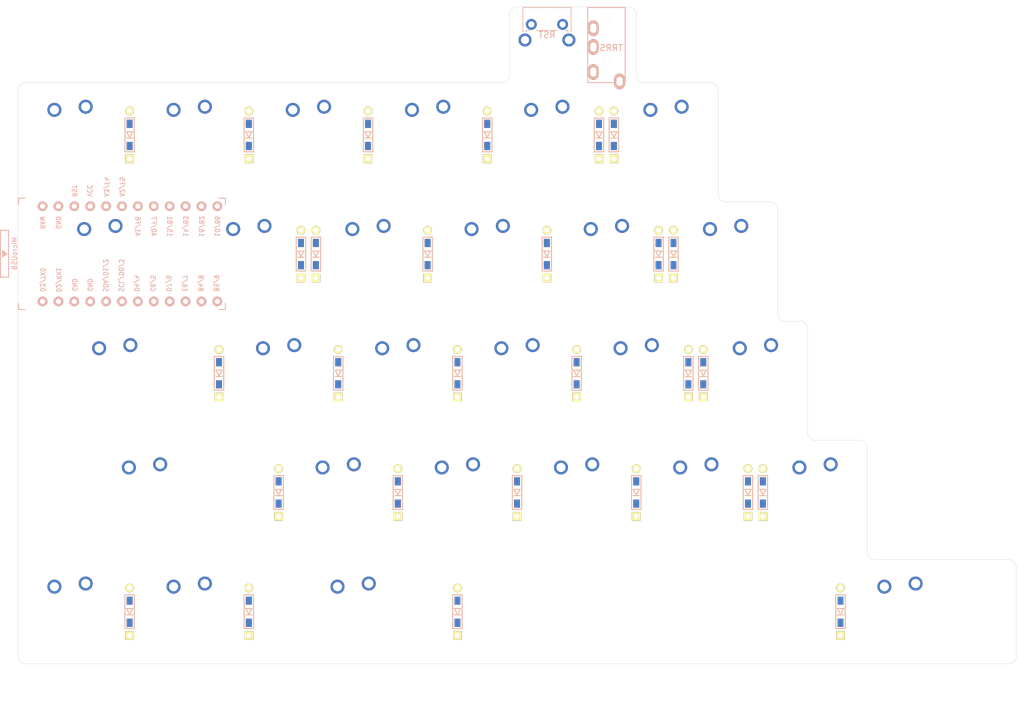
<source format=kicad_pcb>
(kicad_pcb (version 20171130) (host pcbnew "(5.1.2-1)-1")

  (general
    (thickness 1.6)
    (drawings 34)
    (tracks 0)
    (zones 0)
    (modules 59)
    (nets 52)
  )

  (page A4)
  (layers
    (0 F.Cu signal)
    (31 B.Cu signal)
    (32 B.Adhes user)
    (33 F.Adhes user)
    (34 B.Paste user)
    (35 F.Paste user)
    (36 B.SilkS user)
    (37 F.SilkS user)
    (38 B.Mask user)
    (39 F.Mask user)
    (40 Dwgs.User user)
    (41 Cmts.User user)
    (42 Eco1.User user)
    (43 Eco2.User user)
    (44 Edge.Cuts user)
    (45 Margin user)
    (46 B.CrtYd user)
    (47 F.CrtYd user)
    (48 B.Fab user)
    (49 F.Fab user)
  )

  (setup
    (last_trace_width 0.25)
    (trace_clearance 0.2)
    (zone_clearance 0.508)
    (zone_45_only no)
    (trace_min 0.2)
    (via_size 0.8)
    (via_drill 0.4)
    (via_min_size 0.4)
    (via_min_drill 0.3)
    (uvia_size 0.3)
    (uvia_drill 0.1)
    (uvias_allowed no)
    (uvia_min_size 0.2)
    (uvia_min_drill 0.1)
    (edge_width 0.05)
    (segment_width 0.2)
    (pcb_text_width 0.3)
    (pcb_text_size 1.5 1.5)
    (mod_edge_width 0.12)
    (mod_text_size 1 1)
    (mod_text_width 0.15)
    (pad_size 1.524 1.524)
    (pad_drill 0.762)
    (pad_to_mask_clearance 0.051)
    (solder_mask_min_width 0.25)
    (aux_axis_origin 0 0)
    (visible_elements FFFFF77F)
    (pcbplotparams
      (layerselection 0x010fc_ffffffff)
      (usegerberextensions false)
      (usegerberattributes false)
      (usegerberadvancedattributes false)
      (creategerberjobfile false)
      (excludeedgelayer true)
      (linewidth 0.100000)
      (plotframeref false)
      (viasonmask false)
      (mode 1)
      (useauxorigin false)
      (hpglpennumber 1)
      (hpglpenspeed 20)
      (hpglpendiameter 15.000000)
      (psnegative false)
      (psa4output false)
      (plotreference true)
      (plotvalue true)
      (plotinvisibletext false)
      (padsonsilk false)
      (subtractmaskfromsilk false)
      (outputformat 1)
      (mirror false)
      (drillshape 1)
      (scaleselection 1)
      (outputdirectory ""))
  )

  (net 0 "")
  (net 1 "Net-(D1-Pad2)")
  (net 2 row0)
  (net 3 "Net-(D2-Pad2)")
  (net 4 "Net-(D3-Pad2)")
  (net 5 "Net-(D4-Pad2)")
  (net 6 "Net-(D5-Pad2)")
  (net 7 "Net-(D6-Pad2)")
  (net 8 row1)
  (net 9 "Net-(D7-Pad2)")
  (net 10 "Net-(D8-Pad2)")
  (net 11 "Net-(D9-Pad2)")
  (net 12 "Net-(D10-Pad2)")
  (net 13 "Net-(D11-Pad2)")
  (net 14 "Net-(D12-Pad2)")
  (net 15 row2)
  (net 16 "Net-(D13-Pad2)")
  (net 17 "Net-(D14-Pad2)")
  (net 18 "Net-(D15-Pad2)")
  (net 19 "Net-(D16-Pad2)")
  (net 20 "Net-(D17-Pad2)")
  (net 21 "Net-(D18-Pad2)")
  (net 22 row3)
  (net 23 "Net-(D19-Pad2)")
  (net 24 "Net-(D20-Pad2)")
  (net 25 "Net-(D21-Pad2)")
  (net 26 "Net-(D22-Pad2)")
  (net 27 "Net-(D23-Pad2)")
  (net 28 "Net-(D24-Pad2)")
  (net 29 row4)
  (net 30 "Net-(D25-Pad2)")
  (net 31 "Net-(D26-Pad2)")
  (net 32 "Net-(D27-Pad2)")
  (net 33 "Net-(D28-Pad2)")
  (net 34 VCC)
  (net 35 "Net-(J1-PadA)")
  (net 36 data)
  (net 37 GND)
  (net 38 reset)
  (net 39 col0)
  (net 40 col1)
  (net 41 col2)
  (net 42 col3)
  (net 43 col4)
  (net 44 col5)
  (net 45 "Net-(U1-Pad1)")
  (net 46 "Net-(U1-Pad5)")
  (net 47 "Net-(U1-Pad6)")
  (net 48 "Net-(U1-Pad12)")
  (net 49 "Net-(U1-Pad13)")
  (net 50 "Net-(U1-Pad14)")
  (net 51 "Net-(U1-Pad24)")

  (net_class Default "これはデフォルトのネット クラスです。"
    (clearance 0.2)
    (trace_width 0.25)
    (via_dia 0.8)
    (via_drill 0.4)
    (uvia_dia 0.3)
    (uvia_drill 0.1)
    (add_net GND)
    (add_net "Net-(D1-Pad2)")
    (add_net "Net-(D10-Pad2)")
    (add_net "Net-(D11-Pad2)")
    (add_net "Net-(D12-Pad2)")
    (add_net "Net-(D13-Pad2)")
    (add_net "Net-(D14-Pad2)")
    (add_net "Net-(D15-Pad2)")
    (add_net "Net-(D16-Pad2)")
    (add_net "Net-(D17-Pad2)")
    (add_net "Net-(D18-Pad2)")
    (add_net "Net-(D19-Pad2)")
    (add_net "Net-(D2-Pad2)")
    (add_net "Net-(D20-Pad2)")
    (add_net "Net-(D21-Pad2)")
    (add_net "Net-(D22-Pad2)")
    (add_net "Net-(D23-Pad2)")
    (add_net "Net-(D24-Pad2)")
    (add_net "Net-(D25-Pad2)")
    (add_net "Net-(D26-Pad2)")
    (add_net "Net-(D27-Pad2)")
    (add_net "Net-(D28-Pad2)")
    (add_net "Net-(D3-Pad2)")
    (add_net "Net-(D4-Pad2)")
    (add_net "Net-(D5-Pad2)")
    (add_net "Net-(D6-Pad2)")
    (add_net "Net-(D7-Pad2)")
    (add_net "Net-(D8-Pad2)")
    (add_net "Net-(D9-Pad2)")
    (add_net "Net-(J1-PadA)")
    (add_net "Net-(U1-Pad1)")
    (add_net "Net-(U1-Pad12)")
    (add_net "Net-(U1-Pad13)")
    (add_net "Net-(U1-Pad14)")
    (add_net "Net-(U1-Pad24)")
    (add_net "Net-(U1-Pad5)")
    (add_net "Net-(U1-Pad6)")
    (add_net VCC)
    (add_net col0)
    (add_net col1)
    (add_net col2)
    (add_net col3)
    (add_net col4)
    (add_net col5)
    (add_net data)
    (add_net reset)
    (add_net row0)
    (add_net row1)
    (add_net row2)
    (add_net row3)
    (add_net row4)
  )

  (module Alps_Only:ALPS-1U locked (layer F.Cu) (tedit 5CF31DEF) (tstamp 5D3D410D)
    (at 33.3375 33.3375)
    (path /5D3CA4F4)
    (fp_text reference SW1 (at 0 3.175) (layer Dwgs.User)
      (effects (font (size 1 1) (thickness 0.15)))
    )
    (fp_text value SW_PUSH (at 0 -7.9375) (layer Dwgs.User)
      (effects (font (size 1 1) (thickness 0.15)))
    )
    (fp_line (start -9.525 9.525) (end -9.525 -9.525) (layer Dwgs.User) (width 0.15))
    (fp_line (start -9.525 9.525) (end 9.525 9.525) (layer Dwgs.User) (width 0.15))
    (fp_line (start 9.525 -9.525) (end 9.525 9.525) (layer Dwgs.User) (width 0.15))
    (fp_line (start -9.525 -9.525) (end 9.525 -9.525) (layer Dwgs.User) (width 0.15))
    (fp_line (start -7 -7) (end -7 -5) (layer Dwgs.User) (width 0.15))
    (fp_line (start -5 -7) (end -7 -7) (layer Dwgs.User) (width 0.15))
    (fp_line (start -7 7) (end -5 7) (layer Dwgs.User) (width 0.15))
    (fp_line (start -7 5) (end -7 7) (layer Dwgs.User) (width 0.15))
    (fp_line (start 7 7) (end 7 5) (layer Dwgs.User) (width 0.15))
    (fp_line (start 5 7) (end 7 7) (layer Dwgs.User) (width 0.15))
    (fp_line (start 7 -7) (end 7 -5) (layer Dwgs.User) (width 0.15))
    (fp_line (start 5 -7) (end 7 -7) (layer Dwgs.User) (width 0.15))
    (pad 1 thru_hole circle (at -2.5 -4) (size 2.25 2.25) (drill 1.47) (layers *.Cu B.Mask)
      (net 39 col0))
    (pad 2 thru_hole circle (at 2.5 -4.5) (size 2.25 2.25) (drill 1.47) (layers *.Cu B.Mask)
      (net 1 "Net-(D1-Pad2)"))
  )

  (module Alps_Only:ALPS-1U locked (layer F.Cu) (tedit 5CF31DEF) (tstamp 5D3D411F)
    (at 52.3875 33.3375)
    (path /5D3CAF0F)
    (fp_text reference SW2 (at 0 3.175) (layer Dwgs.User)
      (effects (font (size 1 1) (thickness 0.15)))
    )
    (fp_text value SW_PUSH (at 0 -7.9375) (layer Dwgs.User)
      (effects (font (size 1 1) (thickness 0.15)))
    )
    (fp_line (start 5 -7) (end 7 -7) (layer Dwgs.User) (width 0.15))
    (fp_line (start 7 -7) (end 7 -5) (layer Dwgs.User) (width 0.15))
    (fp_line (start 5 7) (end 7 7) (layer Dwgs.User) (width 0.15))
    (fp_line (start 7 7) (end 7 5) (layer Dwgs.User) (width 0.15))
    (fp_line (start -7 5) (end -7 7) (layer Dwgs.User) (width 0.15))
    (fp_line (start -7 7) (end -5 7) (layer Dwgs.User) (width 0.15))
    (fp_line (start -5 -7) (end -7 -7) (layer Dwgs.User) (width 0.15))
    (fp_line (start -7 -7) (end -7 -5) (layer Dwgs.User) (width 0.15))
    (fp_line (start -9.525 -9.525) (end 9.525 -9.525) (layer Dwgs.User) (width 0.15))
    (fp_line (start 9.525 -9.525) (end 9.525 9.525) (layer Dwgs.User) (width 0.15))
    (fp_line (start -9.525 9.525) (end 9.525 9.525) (layer Dwgs.User) (width 0.15))
    (fp_line (start -9.525 9.525) (end -9.525 -9.525) (layer Dwgs.User) (width 0.15))
    (pad 2 thru_hole circle (at 2.5 -4.5) (size 2.25 2.25) (drill 1.47) (layers *.Cu B.Mask)
      (net 3 "Net-(D2-Pad2)"))
    (pad 1 thru_hole circle (at -2.5 -4) (size 2.25 2.25) (drill 1.47) (layers *.Cu B.Mask)
      (net 40 col1))
  )

  (module Alps_Only:ALPS-1U locked (layer F.Cu) (tedit 5CF31DEF) (tstamp 5D3D4131)
    (at 71.4375 33.3375)
    (path /5D3CB68A)
    (fp_text reference SW3 (at 0 3.175) (layer Dwgs.User)
      (effects (font (size 1 1) (thickness 0.15)))
    )
    (fp_text value SW_PUSH (at 0 -7.9375) (layer Dwgs.User)
      (effects (font (size 1 1) (thickness 0.15)))
    )
    (fp_line (start 5 -7) (end 7 -7) (layer Dwgs.User) (width 0.15))
    (fp_line (start 7 -7) (end 7 -5) (layer Dwgs.User) (width 0.15))
    (fp_line (start 5 7) (end 7 7) (layer Dwgs.User) (width 0.15))
    (fp_line (start 7 7) (end 7 5) (layer Dwgs.User) (width 0.15))
    (fp_line (start -7 5) (end -7 7) (layer Dwgs.User) (width 0.15))
    (fp_line (start -7 7) (end -5 7) (layer Dwgs.User) (width 0.15))
    (fp_line (start -5 -7) (end -7 -7) (layer Dwgs.User) (width 0.15))
    (fp_line (start -7 -7) (end -7 -5) (layer Dwgs.User) (width 0.15))
    (fp_line (start -9.525 -9.525) (end 9.525 -9.525) (layer Dwgs.User) (width 0.15))
    (fp_line (start 9.525 -9.525) (end 9.525 9.525) (layer Dwgs.User) (width 0.15))
    (fp_line (start -9.525 9.525) (end 9.525 9.525) (layer Dwgs.User) (width 0.15))
    (fp_line (start -9.525 9.525) (end -9.525 -9.525) (layer Dwgs.User) (width 0.15))
    (pad 2 thru_hole circle (at 2.5 -4.5) (size 2.25 2.25) (drill 1.47) (layers *.Cu B.Mask)
      (net 4 "Net-(D3-Pad2)"))
    (pad 1 thru_hole circle (at -2.5 -4) (size 2.25 2.25) (drill 1.47) (layers *.Cu B.Mask)
      (net 41 col2))
  )

  (module Alps_Only:ALPS-1U locked (layer F.Cu) (tedit 5CF31DEF) (tstamp 5D3D4143)
    (at 90.4875 33.3375)
    (path /5D3CBA28)
    (fp_text reference SW4 (at 0 3.175) (layer Dwgs.User)
      (effects (font (size 1 1) (thickness 0.15)))
    )
    (fp_text value SW_PUSH (at 0 -7.9375) (layer Dwgs.User)
      (effects (font (size 1 1) (thickness 0.15)))
    )
    (fp_line (start -9.525 9.525) (end -9.525 -9.525) (layer Dwgs.User) (width 0.15))
    (fp_line (start -9.525 9.525) (end 9.525 9.525) (layer Dwgs.User) (width 0.15))
    (fp_line (start 9.525 -9.525) (end 9.525 9.525) (layer Dwgs.User) (width 0.15))
    (fp_line (start -9.525 -9.525) (end 9.525 -9.525) (layer Dwgs.User) (width 0.15))
    (fp_line (start -7 -7) (end -7 -5) (layer Dwgs.User) (width 0.15))
    (fp_line (start -5 -7) (end -7 -7) (layer Dwgs.User) (width 0.15))
    (fp_line (start -7 7) (end -5 7) (layer Dwgs.User) (width 0.15))
    (fp_line (start -7 5) (end -7 7) (layer Dwgs.User) (width 0.15))
    (fp_line (start 7 7) (end 7 5) (layer Dwgs.User) (width 0.15))
    (fp_line (start 5 7) (end 7 7) (layer Dwgs.User) (width 0.15))
    (fp_line (start 7 -7) (end 7 -5) (layer Dwgs.User) (width 0.15))
    (fp_line (start 5 -7) (end 7 -7) (layer Dwgs.User) (width 0.15))
    (pad 1 thru_hole circle (at -2.5 -4) (size 2.25 2.25) (drill 1.47) (layers *.Cu B.Mask)
      (net 42 col3))
    (pad 2 thru_hole circle (at 2.5 -4.5) (size 2.25 2.25) (drill 1.47) (layers *.Cu B.Mask)
      (net 5 "Net-(D4-Pad2)"))
  )

  (module Alps_Only:ALPS-1U locked (layer F.Cu) (tedit 5CF31DEF) (tstamp 5D3D4155)
    (at 109.5375 33.3375)
    (path /5D3CC13D)
    (fp_text reference SW5 (at 0 3.175) (layer Dwgs.User)
      (effects (font (size 1 1) (thickness 0.15)))
    )
    (fp_text value SW_PUSH (at 0 -7.9375) (layer Dwgs.User)
      (effects (font (size 1 1) (thickness 0.15)))
    )
    (fp_line (start 5 -7) (end 7 -7) (layer Dwgs.User) (width 0.15))
    (fp_line (start 7 -7) (end 7 -5) (layer Dwgs.User) (width 0.15))
    (fp_line (start 5 7) (end 7 7) (layer Dwgs.User) (width 0.15))
    (fp_line (start 7 7) (end 7 5) (layer Dwgs.User) (width 0.15))
    (fp_line (start -7 5) (end -7 7) (layer Dwgs.User) (width 0.15))
    (fp_line (start -7 7) (end -5 7) (layer Dwgs.User) (width 0.15))
    (fp_line (start -5 -7) (end -7 -7) (layer Dwgs.User) (width 0.15))
    (fp_line (start -7 -7) (end -7 -5) (layer Dwgs.User) (width 0.15))
    (fp_line (start -9.525 -9.525) (end 9.525 -9.525) (layer Dwgs.User) (width 0.15))
    (fp_line (start 9.525 -9.525) (end 9.525 9.525) (layer Dwgs.User) (width 0.15))
    (fp_line (start -9.525 9.525) (end 9.525 9.525) (layer Dwgs.User) (width 0.15))
    (fp_line (start -9.525 9.525) (end -9.525 -9.525) (layer Dwgs.User) (width 0.15))
    (pad 2 thru_hole circle (at 2.5 -4.5) (size 2.25 2.25) (drill 1.47) (layers *.Cu B.Mask)
      (net 6 "Net-(D5-Pad2)"))
    (pad 1 thru_hole circle (at -2.5 -4) (size 2.25 2.25) (drill 1.47) (layers *.Cu B.Mask)
      (net 43 col4))
  )

  (module Alps_Only:ALPS-1U locked (layer F.Cu) (tedit 5CF31DEF) (tstamp 5D3D4167)
    (at 128.5875 33.3375)
    (path /5D3CC836)
    (fp_text reference SW6 (at 0 3.175) (layer Dwgs.User)
      (effects (font (size 1 1) (thickness 0.15)))
    )
    (fp_text value SW_PUSH (at 0 -7.9375) (layer Dwgs.User)
      (effects (font (size 1 1) (thickness 0.15)))
    )
    (fp_line (start -9.525 9.525) (end -9.525 -9.525) (layer Dwgs.User) (width 0.15))
    (fp_line (start -9.525 9.525) (end 9.525 9.525) (layer Dwgs.User) (width 0.15))
    (fp_line (start 9.525 -9.525) (end 9.525 9.525) (layer Dwgs.User) (width 0.15))
    (fp_line (start -9.525 -9.525) (end 9.525 -9.525) (layer Dwgs.User) (width 0.15))
    (fp_line (start -7 -7) (end -7 -5) (layer Dwgs.User) (width 0.15))
    (fp_line (start -5 -7) (end -7 -7) (layer Dwgs.User) (width 0.15))
    (fp_line (start -7 7) (end -5 7) (layer Dwgs.User) (width 0.15))
    (fp_line (start -7 5) (end -7 7) (layer Dwgs.User) (width 0.15))
    (fp_line (start 7 7) (end 7 5) (layer Dwgs.User) (width 0.15))
    (fp_line (start 5 7) (end 7 7) (layer Dwgs.User) (width 0.15))
    (fp_line (start 7 -7) (end 7 -5) (layer Dwgs.User) (width 0.15))
    (fp_line (start 5 -7) (end 7 -7) (layer Dwgs.User) (width 0.15))
    (pad 1 thru_hole circle (at -2.5 -4) (size 2.25 2.25) (drill 1.47) (layers *.Cu B.Mask)
      (net 44 col5))
    (pad 2 thru_hole circle (at 2.5 -4.5) (size 2.25 2.25) (drill 1.47) (layers *.Cu B.Mask)
      (net 7 "Net-(D6-Pad2)"))
  )

  (module Alps_Only:ALPS-1.5U (layer F.Cu) (tedit 5A9F490F) (tstamp 5D3D4179)
    (at 38.1 52.3875)
    (path /5D3D096B)
    (fp_text reference SW7 (at 0 3.175) (layer Dwgs.User)
      (effects (font (size 1 1) (thickness 0.15)))
    )
    (fp_text value SW_PUSH (at 0 -7.9375) (layer Dwgs.User)
      (effects (font (size 1 1) (thickness 0.15)))
    )
    (fp_line (start 5 -7) (end 7 -7) (layer Dwgs.User) (width 0.15))
    (fp_line (start 7 -7) (end 7 -5) (layer Dwgs.User) (width 0.15))
    (fp_line (start 5 7) (end 7 7) (layer Dwgs.User) (width 0.15))
    (fp_line (start 7 7) (end 7 5) (layer Dwgs.User) (width 0.15))
    (fp_line (start -7 5) (end -7 7) (layer Dwgs.User) (width 0.15))
    (fp_line (start -7 7) (end -5 7) (layer Dwgs.User) (width 0.15))
    (fp_line (start -5 -7) (end -7 -7) (layer Dwgs.User) (width 0.15))
    (fp_line (start -7 -7) (end -7 -5) (layer Dwgs.User) (width 0.15))
    (fp_line (start -14.2875 -9.525) (end 14.2875 -9.525) (layer Dwgs.User) (width 0.15))
    (fp_line (start 14.2875 -9.525) (end 14.2875 9.525) (layer Dwgs.User) (width 0.15))
    (fp_line (start -14.2875 9.525) (end 14.2875 9.525) (layer Dwgs.User) (width 0.15))
    (fp_line (start -14.2875 9.525) (end -14.2875 -9.525) (layer Dwgs.User) (width 0.15))
    (pad 2 thru_hole circle (at 2.5 -4.5) (size 2.25 2.25) (drill 1.47) (layers *.Cu B.Mask)
      (net 9 "Net-(D7-Pad2)"))
    (pad 1 thru_hole circle (at -2.5 -4) (size 2.25 2.25) (drill 1.47) (layers *.Cu B.Mask)
      (net 39 col0))
  )

  (module Alps_Only:ALPS-1U locked (layer F.Cu) (tedit 5CF31DEF) (tstamp 5D3D418B)
    (at 61.9125 52.3875)
    (path /5D3D0971)
    (fp_text reference SW8 (at 0 3.175) (layer Dwgs.User)
      (effects (font (size 1 1) (thickness 0.15)))
    )
    (fp_text value SW_PUSH (at 0 -7.9375) (layer Dwgs.User)
      (effects (font (size 1 1) (thickness 0.15)))
    )
    (fp_line (start 5 -7) (end 7 -7) (layer Dwgs.User) (width 0.15))
    (fp_line (start 7 -7) (end 7 -5) (layer Dwgs.User) (width 0.15))
    (fp_line (start 5 7) (end 7 7) (layer Dwgs.User) (width 0.15))
    (fp_line (start 7 7) (end 7 5) (layer Dwgs.User) (width 0.15))
    (fp_line (start -7 5) (end -7 7) (layer Dwgs.User) (width 0.15))
    (fp_line (start -7 7) (end -5 7) (layer Dwgs.User) (width 0.15))
    (fp_line (start -5 -7) (end -7 -7) (layer Dwgs.User) (width 0.15))
    (fp_line (start -7 -7) (end -7 -5) (layer Dwgs.User) (width 0.15))
    (fp_line (start -9.525 -9.525) (end 9.525 -9.525) (layer Dwgs.User) (width 0.15))
    (fp_line (start 9.525 -9.525) (end 9.525 9.525) (layer Dwgs.User) (width 0.15))
    (fp_line (start -9.525 9.525) (end 9.525 9.525) (layer Dwgs.User) (width 0.15))
    (fp_line (start -9.525 9.525) (end -9.525 -9.525) (layer Dwgs.User) (width 0.15))
    (pad 2 thru_hole circle (at 2.5 -4.5) (size 2.25 2.25) (drill 1.47) (layers *.Cu B.Mask)
      (net 10 "Net-(D8-Pad2)"))
    (pad 1 thru_hole circle (at -2.5 -4) (size 2.25 2.25) (drill 1.47) (layers *.Cu B.Mask)
      (net 40 col1))
  )

  (module Alps_Only:ALPS-1U locked (layer F.Cu) (tedit 5CF31DEF) (tstamp 5D3D419D)
    (at 80.9625 52.3875)
    (path /5D3D0977)
    (fp_text reference SW9 (at 0 3.175) (layer Dwgs.User)
      (effects (font (size 1 1) (thickness 0.15)))
    )
    (fp_text value SW_PUSH (at 0 -7.9375) (layer Dwgs.User)
      (effects (font (size 1 1) (thickness 0.15)))
    )
    (fp_line (start -9.525 9.525) (end -9.525 -9.525) (layer Dwgs.User) (width 0.15))
    (fp_line (start -9.525 9.525) (end 9.525 9.525) (layer Dwgs.User) (width 0.15))
    (fp_line (start 9.525 -9.525) (end 9.525 9.525) (layer Dwgs.User) (width 0.15))
    (fp_line (start -9.525 -9.525) (end 9.525 -9.525) (layer Dwgs.User) (width 0.15))
    (fp_line (start -7 -7) (end -7 -5) (layer Dwgs.User) (width 0.15))
    (fp_line (start -5 -7) (end -7 -7) (layer Dwgs.User) (width 0.15))
    (fp_line (start -7 7) (end -5 7) (layer Dwgs.User) (width 0.15))
    (fp_line (start -7 5) (end -7 7) (layer Dwgs.User) (width 0.15))
    (fp_line (start 7 7) (end 7 5) (layer Dwgs.User) (width 0.15))
    (fp_line (start 5 7) (end 7 7) (layer Dwgs.User) (width 0.15))
    (fp_line (start 7 -7) (end 7 -5) (layer Dwgs.User) (width 0.15))
    (fp_line (start 5 -7) (end 7 -7) (layer Dwgs.User) (width 0.15))
    (pad 1 thru_hole circle (at -2.5 -4) (size 2.25 2.25) (drill 1.47) (layers *.Cu B.Mask)
      (net 41 col2))
    (pad 2 thru_hole circle (at 2.5 -4.5) (size 2.25 2.25) (drill 1.47) (layers *.Cu B.Mask)
      (net 11 "Net-(D9-Pad2)"))
  )

  (module Alps_Only:ALPS-1U locked (layer F.Cu) (tedit 5CF31DEF) (tstamp 5D3D41AF)
    (at 100.0125 52.3875)
    (path /5D3D097D)
    (fp_text reference SW10 (at 0 3.175) (layer Dwgs.User)
      (effects (font (size 1 1) (thickness 0.15)))
    )
    (fp_text value SW_PUSH (at 0 -7.9375) (layer Dwgs.User)
      (effects (font (size 1 1) (thickness 0.15)))
    )
    (fp_line (start 5 -7) (end 7 -7) (layer Dwgs.User) (width 0.15))
    (fp_line (start 7 -7) (end 7 -5) (layer Dwgs.User) (width 0.15))
    (fp_line (start 5 7) (end 7 7) (layer Dwgs.User) (width 0.15))
    (fp_line (start 7 7) (end 7 5) (layer Dwgs.User) (width 0.15))
    (fp_line (start -7 5) (end -7 7) (layer Dwgs.User) (width 0.15))
    (fp_line (start -7 7) (end -5 7) (layer Dwgs.User) (width 0.15))
    (fp_line (start -5 -7) (end -7 -7) (layer Dwgs.User) (width 0.15))
    (fp_line (start -7 -7) (end -7 -5) (layer Dwgs.User) (width 0.15))
    (fp_line (start -9.525 -9.525) (end 9.525 -9.525) (layer Dwgs.User) (width 0.15))
    (fp_line (start 9.525 -9.525) (end 9.525 9.525) (layer Dwgs.User) (width 0.15))
    (fp_line (start -9.525 9.525) (end 9.525 9.525) (layer Dwgs.User) (width 0.15))
    (fp_line (start -9.525 9.525) (end -9.525 -9.525) (layer Dwgs.User) (width 0.15))
    (pad 2 thru_hole circle (at 2.5 -4.5) (size 2.25 2.25) (drill 1.47) (layers *.Cu B.Mask)
      (net 12 "Net-(D10-Pad2)"))
    (pad 1 thru_hole circle (at -2.5 -4) (size 2.25 2.25) (drill 1.47) (layers *.Cu B.Mask)
      (net 42 col3))
  )

  (module Alps_Only:ALPS-1U locked (layer F.Cu) (tedit 5CF31DEF) (tstamp 5D3D41C1)
    (at 119.0625 52.3875)
    (path /5D3D0983)
    (fp_text reference SW11 (at 0 3.175) (layer Dwgs.User)
      (effects (font (size 1 1) (thickness 0.15)))
    )
    (fp_text value SW_PUSH (at 0 -7.9375) (layer Dwgs.User)
      (effects (font (size 1 1) (thickness 0.15)))
    )
    (fp_line (start -9.525 9.525) (end -9.525 -9.525) (layer Dwgs.User) (width 0.15))
    (fp_line (start -9.525 9.525) (end 9.525 9.525) (layer Dwgs.User) (width 0.15))
    (fp_line (start 9.525 -9.525) (end 9.525 9.525) (layer Dwgs.User) (width 0.15))
    (fp_line (start -9.525 -9.525) (end 9.525 -9.525) (layer Dwgs.User) (width 0.15))
    (fp_line (start -7 -7) (end -7 -5) (layer Dwgs.User) (width 0.15))
    (fp_line (start -5 -7) (end -7 -7) (layer Dwgs.User) (width 0.15))
    (fp_line (start -7 7) (end -5 7) (layer Dwgs.User) (width 0.15))
    (fp_line (start -7 5) (end -7 7) (layer Dwgs.User) (width 0.15))
    (fp_line (start 7 7) (end 7 5) (layer Dwgs.User) (width 0.15))
    (fp_line (start 5 7) (end 7 7) (layer Dwgs.User) (width 0.15))
    (fp_line (start 7 -7) (end 7 -5) (layer Dwgs.User) (width 0.15))
    (fp_line (start 5 -7) (end 7 -7) (layer Dwgs.User) (width 0.15))
    (pad 1 thru_hole circle (at -2.5 -4) (size 2.25 2.25) (drill 1.47) (layers *.Cu B.Mask)
      (net 43 col4))
    (pad 2 thru_hole circle (at 2.5 -4.5) (size 2.25 2.25) (drill 1.47) (layers *.Cu B.Mask)
      (net 13 "Net-(D11-Pad2)"))
  )

  (module Alps_Only:ALPS-1U locked (layer F.Cu) (tedit 5CF31DEF) (tstamp 5D3D41D3)
    (at 138.1125 52.3875)
    (path /5D3D0989)
    (fp_text reference SW12 (at 0 3.175) (layer Dwgs.User)
      (effects (font (size 1 1) (thickness 0.15)))
    )
    (fp_text value SW_PUSH (at 0 -7.9375) (layer Dwgs.User)
      (effects (font (size 1 1) (thickness 0.15)))
    )
    (fp_line (start 5 -7) (end 7 -7) (layer Dwgs.User) (width 0.15))
    (fp_line (start 7 -7) (end 7 -5) (layer Dwgs.User) (width 0.15))
    (fp_line (start 5 7) (end 7 7) (layer Dwgs.User) (width 0.15))
    (fp_line (start 7 7) (end 7 5) (layer Dwgs.User) (width 0.15))
    (fp_line (start -7 5) (end -7 7) (layer Dwgs.User) (width 0.15))
    (fp_line (start -7 7) (end -5 7) (layer Dwgs.User) (width 0.15))
    (fp_line (start -5 -7) (end -7 -7) (layer Dwgs.User) (width 0.15))
    (fp_line (start -7 -7) (end -7 -5) (layer Dwgs.User) (width 0.15))
    (fp_line (start -9.525 -9.525) (end 9.525 -9.525) (layer Dwgs.User) (width 0.15))
    (fp_line (start 9.525 -9.525) (end 9.525 9.525) (layer Dwgs.User) (width 0.15))
    (fp_line (start -9.525 9.525) (end 9.525 9.525) (layer Dwgs.User) (width 0.15))
    (fp_line (start -9.525 9.525) (end -9.525 -9.525) (layer Dwgs.User) (width 0.15))
    (pad 2 thru_hole circle (at 2.5 -4.5) (size 2.25 2.25) (drill 1.47) (layers *.Cu B.Mask)
      (net 14 "Net-(D12-Pad2)"))
    (pad 1 thru_hole circle (at -2.5 -4) (size 2.25 2.25) (drill 1.47) (layers *.Cu B.Mask)
      (net 44 col5))
  )

  (module Alps_Only:ALPS-1.75U locked (layer F.Cu) (tedit 5A9F497B) (tstamp 5D3D41E5)
    (at 40.48125 71.4375)
    (path /5D3D1262)
    (fp_text reference SW13 (at 0 3.175) (layer Dwgs.User)
      (effects (font (size 1 1) (thickness 0.15)))
    )
    (fp_text value SW_PUSH (at 0 -7.9375) (layer Dwgs.User)
      (effects (font (size 1 1) (thickness 0.15)))
    )
    (fp_line (start -16.66875 9.525) (end -16.66875 -9.525) (layer Dwgs.User) (width 0.15))
    (fp_line (start -16.66875 9.525) (end 16.66875 9.525) (layer Dwgs.User) (width 0.15))
    (fp_line (start 16.66875 -9.525) (end 16.66875 9.525) (layer Dwgs.User) (width 0.15))
    (fp_line (start -16.66875 -9.525) (end 16.66875 -9.525) (layer Dwgs.User) (width 0.15))
    (fp_line (start -7 -7) (end -7 -5) (layer Dwgs.User) (width 0.15))
    (fp_line (start -5 -7) (end -7 -7) (layer Dwgs.User) (width 0.15))
    (fp_line (start -7 7) (end -5 7) (layer Dwgs.User) (width 0.15))
    (fp_line (start -7 5) (end -7 7) (layer Dwgs.User) (width 0.15))
    (fp_line (start 7 7) (end 7 5) (layer Dwgs.User) (width 0.15))
    (fp_line (start 5 7) (end 7 7) (layer Dwgs.User) (width 0.15))
    (fp_line (start 7 -7) (end 7 -5) (layer Dwgs.User) (width 0.15))
    (fp_line (start 5 -7) (end 7 -7) (layer Dwgs.User) (width 0.15))
    (pad 1 thru_hole circle (at -2.5 -4) (size 2.25 2.25) (drill 1.47) (layers *.Cu B.Mask)
      (net 39 col0))
    (pad 2 thru_hole circle (at 2.5 -4.5) (size 2.25 2.25) (drill 1.47) (layers *.Cu B.Mask)
      (net 16 "Net-(D13-Pad2)"))
  )

  (module Alps_Only:ALPS-1U locked (layer F.Cu) (tedit 5CF31DEF) (tstamp 5D3D41F7)
    (at 66.675 71.4375)
    (path /5D3D1268)
    (fp_text reference SW14 (at 0 3.175) (layer Dwgs.User)
      (effects (font (size 1 1) (thickness 0.15)))
    )
    (fp_text value SW_PUSH (at 0 -7.9375) (layer Dwgs.User)
      (effects (font (size 1 1) (thickness 0.15)))
    )
    (fp_line (start -9.525 9.525) (end -9.525 -9.525) (layer Dwgs.User) (width 0.15))
    (fp_line (start -9.525 9.525) (end 9.525 9.525) (layer Dwgs.User) (width 0.15))
    (fp_line (start 9.525 -9.525) (end 9.525 9.525) (layer Dwgs.User) (width 0.15))
    (fp_line (start -9.525 -9.525) (end 9.525 -9.525) (layer Dwgs.User) (width 0.15))
    (fp_line (start -7 -7) (end -7 -5) (layer Dwgs.User) (width 0.15))
    (fp_line (start -5 -7) (end -7 -7) (layer Dwgs.User) (width 0.15))
    (fp_line (start -7 7) (end -5 7) (layer Dwgs.User) (width 0.15))
    (fp_line (start -7 5) (end -7 7) (layer Dwgs.User) (width 0.15))
    (fp_line (start 7 7) (end 7 5) (layer Dwgs.User) (width 0.15))
    (fp_line (start 5 7) (end 7 7) (layer Dwgs.User) (width 0.15))
    (fp_line (start 7 -7) (end 7 -5) (layer Dwgs.User) (width 0.15))
    (fp_line (start 5 -7) (end 7 -7) (layer Dwgs.User) (width 0.15))
    (pad 1 thru_hole circle (at -2.5 -4) (size 2.25 2.25) (drill 1.47) (layers *.Cu B.Mask)
      (net 40 col1))
    (pad 2 thru_hole circle (at 2.5 -4.5) (size 2.25 2.25) (drill 1.47) (layers *.Cu B.Mask)
      (net 17 "Net-(D14-Pad2)"))
  )

  (module Alps_Only:ALPS-1U locked (layer F.Cu) (tedit 5CF31DEF) (tstamp 5D3D4209)
    (at 85.725 71.4375)
    (path /5D3D126E)
    (fp_text reference SW15 (at 0 3.175) (layer Dwgs.User)
      (effects (font (size 1 1) (thickness 0.15)))
    )
    (fp_text value SW_PUSH (at 0 -7.9375) (layer Dwgs.User)
      (effects (font (size 1 1) (thickness 0.15)))
    )
    (fp_line (start 5 -7) (end 7 -7) (layer Dwgs.User) (width 0.15))
    (fp_line (start 7 -7) (end 7 -5) (layer Dwgs.User) (width 0.15))
    (fp_line (start 5 7) (end 7 7) (layer Dwgs.User) (width 0.15))
    (fp_line (start 7 7) (end 7 5) (layer Dwgs.User) (width 0.15))
    (fp_line (start -7 5) (end -7 7) (layer Dwgs.User) (width 0.15))
    (fp_line (start -7 7) (end -5 7) (layer Dwgs.User) (width 0.15))
    (fp_line (start -5 -7) (end -7 -7) (layer Dwgs.User) (width 0.15))
    (fp_line (start -7 -7) (end -7 -5) (layer Dwgs.User) (width 0.15))
    (fp_line (start -9.525 -9.525) (end 9.525 -9.525) (layer Dwgs.User) (width 0.15))
    (fp_line (start 9.525 -9.525) (end 9.525 9.525) (layer Dwgs.User) (width 0.15))
    (fp_line (start -9.525 9.525) (end 9.525 9.525) (layer Dwgs.User) (width 0.15))
    (fp_line (start -9.525 9.525) (end -9.525 -9.525) (layer Dwgs.User) (width 0.15))
    (pad 2 thru_hole circle (at 2.5 -4.5) (size 2.25 2.25) (drill 1.47) (layers *.Cu B.Mask)
      (net 18 "Net-(D15-Pad2)"))
    (pad 1 thru_hole circle (at -2.5 -4) (size 2.25 2.25) (drill 1.47) (layers *.Cu B.Mask)
      (net 41 col2))
  )

  (module Alps_Only:ALPS-1U locked (layer F.Cu) (tedit 5CF31DEF) (tstamp 5D3D421B)
    (at 104.775 71.4375)
    (path /5D3D1274)
    (fp_text reference SW16 (at 0 3.175) (layer Dwgs.User)
      (effects (font (size 1 1) (thickness 0.15)))
    )
    (fp_text value SW_PUSH (at 0 -7.9375) (layer Dwgs.User)
      (effects (font (size 1 1) (thickness 0.15)))
    )
    (fp_line (start -9.525 9.525) (end -9.525 -9.525) (layer Dwgs.User) (width 0.15))
    (fp_line (start -9.525 9.525) (end 9.525 9.525) (layer Dwgs.User) (width 0.15))
    (fp_line (start 9.525 -9.525) (end 9.525 9.525) (layer Dwgs.User) (width 0.15))
    (fp_line (start -9.525 -9.525) (end 9.525 -9.525) (layer Dwgs.User) (width 0.15))
    (fp_line (start -7 -7) (end -7 -5) (layer Dwgs.User) (width 0.15))
    (fp_line (start -5 -7) (end -7 -7) (layer Dwgs.User) (width 0.15))
    (fp_line (start -7 7) (end -5 7) (layer Dwgs.User) (width 0.15))
    (fp_line (start -7 5) (end -7 7) (layer Dwgs.User) (width 0.15))
    (fp_line (start 7 7) (end 7 5) (layer Dwgs.User) (width 0.15))
    (fp_line (start 5 7) (end 7 7) (layer Dwgs.User) (width 0.15))
    (fp_line (start 7 -7) (end 7 -5) (layer Dwgs.User) (width 0.15))
    (fp_line (start 5 -7) (end 7 -7) (layer Dwgs.User) (width 0.15))
    (pad 1 thru_hole circle (at -2.5 -4) (size 2.25 2.25) (drill 1.47) (layers *.Cu B.Mask)
      (net 42 col3))
    (pad 2 thru_hole circle (at 2.5 -4.5) (size 2.25 2.25) (drill 1.47) (layers *.Cu B.Mask)
      (net 19 "Net-(D16-Pad2)"))
  )

  (module Alps_Only:ALPS-1U locked (layer F.Cu) (tedit 5CF31DEF) (tstamp 5D3D422D)
    (at 123.825 71.4375)
    (path /5D3D127A)
    (fp_text reference SW17 (at 0 3.175) (layer Dwgs.User)
      (effects (font (size 1 1) (thickness 0.15)))
    )
    (fp_text value SW_PUSH (at 0 -7.9375) (layer Dwgs.User)
      (effects (font (size 1 1) (thickness 0.15)))
    )
    (fp_line (start 5 -7) (end 7 -7) (layer Dwgs.User) (width 0.15))
    (fp_line (start 7 -7) (end 7 -5) (layer Dwgs.User) (width 0.15))
    (fp_line (start 5 7) (end 7 7) (layer Dwgs.User) (width 0.15))
    (fp_line (start 7 7) (end 7 5) (layer Dwgs.User) (width 0.15))
    (fp_line (start -7 5) (end -7 7) (layer Dwgs.User) (width 0.15))
    (fp_line (start -7 7) (end -5 7) (layer Dwgs.User) (width 0.15))
    (fp_line (start -5 -7) (end -7 -7) (layer Dwgs.User) (width 0.15))
    (fp_line (start -7 -7) (end -7 -5) (layer Dwgs.User) (width 0.15))
    (fp_line (start -9.525 -9.525) (end 9.525 -9.525) (layer Dwgs.User) (width 0.15))
    (fp_line (start 9.525 -9.525) (end 9.525 9.525) (layer Dwgs.User) (width 0.15))
    (fp_line (start -9.525 9.525) (end 9.525 9.525) (layer Dwgs.User) (width 0.15))
    (fp_line (start -9.525 9.525) (end -9.525 -9.525) (layer Dwgs.User) (width 0.15))
    (pad 2 thru_hole circle (at 2.5 -4.5) (size 2.25 2.25) (drill 1.47) (layers *.Cu B.Mask)
      (net 20 "Net-(D17-Pad2)"))
    (pad 1 thru_hole circle (at -2.5 -4) (size 2.25 2.25) (drill 1.47) (layers *.Cu B.Mask)
      (net 43 col4))
  )

  (module Alps_Only:ALPS-1U locked (layer F.Cu) (tedit 5CF31DEF) (tstamp 5D3D423F)
    (at 142.875 71.4375)
    (path /5D3D1280)
    (fp_text reference SW18 (at 0 3.175) (layer Dwgs.User)
      (effects (font (size 1 1) (thickness 0.15)))
    )
    (fp_text value SW_PUSH (at 0 -7.9375) (layer Dwgs.User)
      (effects (font (size 1 1) (thickness 0.15)))
    )
    (fp_line (start -9.525 9.525) (end -9.525 -9.525) (layer Dwgs.User) (width 0.15))
    (fp_line (start -9.525 9.525) (end 9.525 9.525) (layer Dwgs.User) (width 0.15))
    (fp_line (start 9.525 -9.525) (end 9.525 9.525) (layer Dwgs.User) (width 0.15))
    (fp_line (start -9.525 -9.525) (end 9.525 -9.525) (layer Dwgs.User) (width 0.15))
    (fp_line (start -7 -7) (end -7 -5) (layer Dwgs.User) (width 0.15))
    (fp_line (start -5 -7) (end -7 -7) (layer Dwgs.User) (width 0.15))
    (fp_line (start -7 7) (end -5 7) (layer Dwgs.User) (width 0.15))
    (fp_line (start -7 5) (end -7 7) (layer Dwgs.User) (width 0.15))
    (fp_line (start 7 7) (end 7 5) (layer Dwgs.User) (width 0.15))
    (fp_line (start 5 7) (end 7 7) (layer Dwgs.User) (width 0.15))
    (fp_line (start 7 -7) (end 7 -5) (layer Dwgs.User) (width 0.15))
    (fp_line (start 5 -7) (end 7 -7) (layer Dwgs.User) (width 0.15))
    (pad 1 thru_hole circle (at -2.5 -4) (size 2.25 2.25) (drill 1.47) (layers *.Cu B.Mask)
      (net 44 col5))
    (pad 2 thru_hole circle (at 2.5 -4.5) (size 2.25 2.25) (drill 1.47) (layers *.Cu B.Mask)
      (net 21 "Net-(D18-Pad2)"))
  )

  (module Alps_Only:ALPS-2.25U locked (layer F.Cu) (tedit 5A9F49E3) (tstamp 5D3D4251)
    (at 45.24375 90.4875)
    (path /5D3D1B59)
    (fp_text reference SW19 (at 0 3.175) (layer Dwgs.User)
      (effects (font (size 1 1) (thickness 0.15)))
    )
    (fp_text value SW_PUSH (at 0 -7.9375) (layer Dwgs.User)
      (effects (font (size 1 1) (thickness 0.15)))
    )
    (fp_line (start 5 -7) (end 7 -7) (layer Dwgs.User) (width 0.15))
    (fp_line (start 7 -7) (end 7 -5) (layer Dwgs.User) (width 0.15))
    (fp_line (start 5 7) (end 7 7) (layer Dwgs.User) (width 0.15))
    (fp_line (start 7 7) (end 7 5) (layer Dwgs.User) (width 0.15))
    (fp_line (start -7 5) (end -7 7) (layer Dwgs.User) (width 0.15))
    (fp_line (start -7 7) (end -5 7) (layer Dwgs.User) (width 0.15))
    (fp_line (start -5 -7) (end -7 -7) (layer Dwgs.User) (width 0.15))
    (fp_line (start -7 -7) (end -7 -5) (layer Dwgs.User) (width 0.15))
    (fp_line (start -21.43125 -9.525) (end 21.43125 -9.525) (layer Dwgs.User) (width 0.15))
    (fp_line (start 21.43125 -9.525) (end 21.43125 9.525) (layer Dwgs.User) (width 0.15))
    (fp_line (start -21.43125 9.525) (end 21.43125 9.525) (layer Dwgs.User) (width 0.15))
    (fp_line (start -21.43125 9.525) (end -21.43125 -9.525) (layer Dwgs.User) (width 0.15))
    (pad 2 thru_hole circle (at 2.5 -4.5) (size 2.25 2.25) (drill 1.47) (layers *.Cu B.Mask)
      (net 23 "Net-(D19-Pad2)"))
    (pad 1 thru_hole circle (at -2.5 -4) (size 2.25 2.25) (drill 1.47) (layers *.Cu B.Mask)
      (net 39 col0))
  )

  (module Alps_Only:ALPS-1U locked (layer F.Cu) (tedit 5CF31DEF) (tstamp 5D3D4263)
    (at 76.2 90.4875)
    (path /5D3D1B5F)
    (fp_text reference SW20 (at 0 3.175) (layer Dwgs.User)
      (effects (font (size 1 1) (thickness 0.15)))
    )
    (fp_text value SW_PUSH (at 0 -7.9375) (layer Dwgs.User)
      (effects (font (size 1 1) (thickness 0.15)))
    )
    (fp_line (start 5 -7) (end 7 -7) (layer Dwgs.User) (width 0.15))
    (fp_line (start 7 -7) (end 7 -5) (layer Dwgs.User) (width 0.15))
    (fp_line (start 5 7) (end 7 7) (layer Dwgs.User) (width 0.15))
    (fp_line (start 7 7) (end 7 5) (layer Dwgs.User) (width 0.15))
    (fp_line (start -7 5) (end -7 7) (layer Dwgs.User) (width 0.15))
    (fp_line (start -7 7) (end -5 7) (layer Dwgs.User) (width 0.15))
    (fp_line (start -5 -7) (end -7 -7) (layer Dwgs.User) (width 0.15))
    (fp_line (start -7 -7) (end -7 -5) (layer Dwgs.User) (width 0.15))
    (fp_line (start -9.525 -9.525) (end 9.525 -9.525) (layer Dwgs.User) (width 0.15))
    (fp_line (start 9.525 -9.525) (end 9.525 9.525) (layer Dwgs.User) (width 0.15))
    (fp_line (start -9.525 9.525) (end 9.525 9.525) (layer Dwgs.User) (width 0.15))
    (fp_line (start -9.525 9.525) (end -9.525 -9.525) (layer Dwgs.User) (width 0.15))
    (pad 2 thru_hole circle (at 2.5 -4.5) (size 2.25 2.25) (drill 1.47) (layers *.Cu B.Mask)
      (net 24 "Net-(D20-Pad2)"))
    (pad 1 thru_hole circle (at -2.5 -4) (size 2.25 2.25) (drill 1.47) (layers *.Cu B.Mask)
      (net 40 col1))
  )

  (module Alps_Only:ALPS-1U locked (layer F.Cu) (tedit 5CF31DEF) (tstamp 5D3D4275)
    (at 95.25 90.4875)
    (path /5D3D1B65)
    (fp_text reference SW21 (at 0 3.175) (layer Dwgs.User)
      (effects (font (size 1 1) (thickness 0.15)))
    )
    (fp_text value SW_PUSH (at 0 -7.9375) (layer Dwgs.User)
      (effects (font (size 1 1) (thickness 0.15)))
    )
    (fp_line (start -9.525 9.525) (end -9.525 -9.525) (layer Dwgs.User) (width 0.15))
    (fp_line (start -9.525 9.525) (end 9.525 9.525) (layer Dwgs.User) (width 0.15))
    (fp_line (start 9.525 -9.525) (end 9.525 9.525) (layer Dwgs.User) (width 0.15))
    (fp_line (start -9.525 -9.525) (end 9.525 -9.525) (layer Dwgs.User) (width 0.15))
    (fp_line (start -7 -7) (end -7 -5) (layer Dwgs.User) (width 0.15))
    (fp_line (start -5 -7) (end -7 -7) (layer Dwgs.User) (width 0.15))
    (fp_line (start -7 7) (end -5 7) (layer Dwgs.User) (width 0.15))
    (fp_line (start -7 5) (end -7 7) (layer Dwgs.User) (width 0.15))
    (fp_line (start 7 7) (end 7 5) (layer Dwgs.User) (width 0.15))
    (fp_line (start 5 7) (end 7 7) (layer Dwgs.User) (width 0.15))
    (fp_line (start 7 -7) (end 7 -5) (layer Dwgs.User) (width 0.15))
    (fp_line (start 5 -7) (end 7 -7) (layer Dwgs.User) (width 0.15))
    (pad 1 thru_hole circle (at -2.5 -4) (size 2.25 2.25) (drill 1.47) (layers *.Cu B.Mask)
      (net 41 col2))
    (pad 2 thru_hole circle (at 2.5 -4.5) (size 2.25 2.25) (drill 1.47) (layers *.Cu B.Mask)
      (net 25 "Net-(D21-Pad2)"))
  )

  (module Alps_Only:ALPS-1U locked (layer F.Cu) (tedit 5CF31DEF) (tstamp 5D3D4287)
    (at 114.3 90.4875)
    (path /5D3D1B6B)
    (fp_text reference SW22 (at 0 3.175) (layer Dwgs.User)
      (effects (font (size 1 1) (thickness 0.15)))
    )
    (fp_text value SW_PUSH (at 0 -7.9375) (layer Dwgs.User)
      (effects (font (size 1 1) (thickness 0.15)))
    )
    (fp_line (start 5 -7) (end 7 -7) (layer Dwgs.User) (width 0.15))
    (fp_line (start 7 -7) (end 7 -5) (layer Dwgs.User) (width 0.15))
    (fp_line (start 5 7) (end 7 7) (layer Dwgs.User) (width 0.15))
    (fp_line (start 7 7) (end 7 5) (layer Dwgs.User) (width 0.15))
    (fp_line (start -7 5) (end -7 7) (layer Dwgs.User) (width 0.15))
    (fp_line (start -7 7) (end -5 7) (layer Dwgs.User) (width 0.15))
    (fp_line (start -5 -7) (end -7 -7) (layer Dwgs.User) (width 0.15))
    (fp_line (start -7 -7) (end -7 -5) (layer Dwgs.User) (width 0.15))
    (fp_line (start -9.525 -9.525) (end 9.525 -9.525) (layer Dwgs.User) (width 0.15))
    (fp_line (start 9.525 -9.525) (end 9.525 9.525) (layer Dwgs.User) (width 0.15))
    (fp_line (start -9.525 9.525) (end 9.525 9.525) (layer Dwgs.User) (width 0.15))
    (fp_line (start -9.525 9.525) (end -9.525 -9.525) (layer Dwgs.User) (width 0.15))
    (pad 2 thru_hole circle (at 2.5 -4.5) (size 2.25 2.25) (drill 1.47) (layers *.Cu B.Mask)
      (net 26 "Net-(D22-Pad2)"))
    (pad 1 thru_hole circle (at -2.5 -4) (size 2.25 2.25) (drill 1.47) (layers *.Cu B.Mask)
      (net 42 col3))
  )

  (module Alps_Only:ALPS-1U locked (layer F.Cu) (tedit 5CF31DEF) (tstamp 5D3D4299)
    (at 133.35 90.4875)
    (path /5D3D1B71)
    (fp_text reference SW23 (at 0 3.175) (layer Dwgs.User)
      (effects (font (size 1 1) (thickness 0.15)))
    )
    (fp_text value SW_PUSH (at 0 -7.9375) (layer Dwgs.User)
      (effects (font (size 1 1) (thickness 0.15)))
    )
    (fp_line (start -9.525 9.525) (end -9.525 -9.525) (layer Dwgs.User) (width 0.15))
    (fp_line (start -9.525 9.525) (end 9.525 9.525) (layer Dwgs.User) (width 0.15))
    (fp_line (start 9.525 -9.525) (end 9.525 9.525) (layer Dwgs.User) (width 0.15))
    (fp_line (start -9.525 -9.525) (end 9.525 -9.525) (layer Dwgs.User) (width 0.15))
    (fp_line (start -7 -7) (end -7 -5) (layer Dwgs.User) (width 0.15))
    (fp_line (start -5 -7) (end -7 -7) (layer Dwgs.User) (width 0.15))
    (fp_line (start -7 7) (end -5 7) (layer Dwgs.User) (width 0.15))
    (fp_line (start -7 5) (end -7 7) (layer Dwgs.User) (width 0.15))
    (fp_line (start 7 7) (end 7 5) (layer Dwgs.User) (width 0.15))
    (fp_line (start 5 7) (end 7 7) (layer Dwgs.User) (width 0.15))
    (fp_line (start 7 -7) (end 7 -5) (layer Dwgs.User) (width 0.15))
    (fp_line (start 5 -7) (end 7 -7) (layer Dwgs.User) (width 0.15))
    (pad 1 thru_hole circle (at -2.5 -4) (size 2.25 2.25) (drill 1.47) (layers *.Cu B.Mask)
      (net 43 col4))
    (pad 2 thru_hole circle (at 2.5 -4.5) (size 2.25 2.25) (drill 1.47) (layers *.Cu B.Mask)
      (net 27 "Net-(D23-Pad2)"))
  )

  (module Alps_Only:ALPS-1U locked (layer F.Cu) (tedit 5CF31DEF) (tstamp 5D3D42AB)
    (at 152.4 90.4875)
    (path /5D3D1B77)
    (fp_text reference SW24 (at 0 3.175) (layer Dwgs.User)
      (effects (font (size 1 1) (thickness 0.15)))
    )
    (fp_text value SW_PUSH (at 0 -7.9375) (layer Dwgs.User)
      (effects (font (size 1 1) (thickness 0.15)))
    )
    (fp_line (start 5 -7) (end 7 -7) (layer Dwgs.User) (width 0.15))
    (fp_line (start 7 -7) (end 7 -5) (layer Dwgs.User) (width 0.15))
    (fp_line (start 5 7) (end 7 7) (layer Dwgs.User) (width 0.15))
    (fp_line (start 7 7) (end 7 5) (layer Dwgs.User) (width 0.15))
    (fp_line (start -7 5) (end -7 7) (layer Dwgs.User) (width 0.15))
    (fp_line (start -7 7) (end -5 7) (layer Dwgs.User) (width 0.15))
    (fp_line (start -5 -7) (end -7 -7) (layer Dwgs.User) (width 0.15))
    (fp_line (start -7 -7) (end -7 -5) (layer Dwgs.User) (width 0.15))
    (fp_line (start -9.525 -9.525) (end 9.525 -9.525) (layer Dwgs.User) (width 0.15))
    (fp_line (start 9.525 -9.525) (end 9.525 9.525) (layer Dwgs.User) (width 0.15))
    (fp_line (start -9.525 9.525) (end 9.525 9.525) (layer Dwgs.User) (width 0.15))
    (fp_line (start -9.525 9.525) (end -9.525 -9.525) (layer Dwgs.User) (width 0.15))
    (pad 2 thru_hole circle (at 2.5 -4.5) (size 2.25 2.25) (drill 1.47) (layers *.Cu B.Mask)
      (net 28 "Net-(D24-Pad2)"))
    (pad 1 thru_hole circle (at -2.5 -4) (size 2.25 2.25) (drill 1.47) (layers *.Cu B.Mask)
      (net 44 col5))
  )

  (module Alps_Only:ALPS-1U locked (layer F.Cu) (tedit 5CF31DEF) (tstamp 5D3D42BD)
    (at 33.3375 109.5375)
    (path /5D3D30D0)
    (fp_text reference SW25 (at 0 3.175) (layer Dwgs.User)
      (effects (font (size 1 1) (thickness 0.15)))
    )
    (fp_text value SW_PUSH (at 0 -7.9375) (layer Dwgs.User)
      (effects (font (size 1 1) (thickness 0.15)))
    )
    (fp_line (start -9.525 9.525) (end -9.525 -9.525) (layer Dwgs.User) (width 0.15))
    (fp_line (start -9.525 9.525) (end 9.525 9.525) (layer Dwgs.User) (width 0.15))
    (fp_line (start 9.525 -9.525) (end 9.525 9.525) (layer Dwgs.User) (width 0.15))
    (fp_line (start -9.525 -9.525) (end 9.525 -9.525) (layer Dwgs.User) (width 0.15))
    (fp_line (start -7 -7) (end -7 -5) (layer Dwgs.User) (width 0.15))
    (fp_line (start -5 -7) (end -7 -7) (layer Dwgs.User) (width 0.15))
    (fp_line (start -7 7) (end -5 7) (layer Dwgs.User) (width 0.15))
    (fp_line (start -7 5) (end -7 7) (layer Dwgs.User) (width 0.15))
    (fp_line (start 7 7) (end 7 5) (layer Dwgs.User) (width 0.15))
    (fp_line (start 5 7) (end 7 7) (layer Dwgs.User) (width 0.15))
    (fp_line (start 7 -7) (end 7 -5) (layer Dwgs.User) (width 0.15))
    (fp_line (start 5 -7) (end 7 -7) (layer Dwgs.User) (width 0.15))
    (pad 1 thru_hole circle (at -2.5 -4) (size 2.25 2.25) (drill 1.47) (layers *.Cu B.Mask)
      (net 39 col0))
    (pad 2 thru_hole circle (at 2.5 -4.5) (size 2.25 2.25) (drill 1.47) (layers *.Cu B.Mask)
      (net 30 "Net-(D25-Pad2)"))
  )

  (module Alps_Only:ALPS-1U locked (layer F.Cu) (tedit 5CF31DEF) (tstamp 5D3D42CF)
    (at 52.3875 109.5375)
    (path /5D3D30D6)
    (fp_text reference SW26 (at 0 3.175) (layer Dwgs.User)
      (effects (font (size 1 1) (thickness 0.15)))
    )
    (fp_text value SW_PUSH (at 0 -7.9375) (layer Dwgs.User)
      (effects (font (size 1 1) (thickness 0.15)))
    )
    (fp_line (start 5 -7) (end 7 -7) (layer Dwgs.User) (width 0.15))
    (fp_line (start 7 -7) (end 7 -5) (layer Dwgs.User) (width 0.15))
    (fp_line (start 5 7) (end 7 7) (layer Dwgs.User) (width 0.15))
    (fp_line (start 7 7) (end 7 5) (layer Dwgs.User) (width 0.15))
    (fp_line (start -7 5) (end -7 7) (layer Dwgs.User) (width 0.15))
    (fp_line (start -7 7) (end -5 7) (layer Dwgs.User) (width 0.15))
    (fp_line (start -5 -7) (end -7 -7) (layer Dwgs.User) (width 0.15))
    (fp_line (start -7 -7) (end -7 -5) (layer Dwgs.User) (width 0.15))
    (fp_line (start -9.525 -9.525) (end 9.525 -9.525) (layer Dwgs.User) (width 0.15))
    (fp_line (start 9.525 -9.525) (end 9.525 9.525) (layer Dwgs.User) (width 0.15))
    (fp_line (start -9.525 9.525) (end 9.525 9.525) (layer Dwgs.User) (width 0.15))
    (fp_line (start -9.525 9.525) (end -9.525 -9.525) (layer Dwgs.User) (width 0.15))
    (pad 2 thru_hole circle (at 2.5 -4.5) (size 2.25 2.25) (drill 1.47) (layers *.Cu B.Mask)
      (net 31 "Net-(D26-Pad2)"))
    (pad 1 thru_hole circle (at -2.5 -4) (size 2.25 2.25) (drill 1.47) (layers *.Cu B.Mask)
      (net 40 col1))
  )

  (module Alps_Only:ALPS-1.75U locked (layer F.Cu) (tedit 5A9F497B) (tstamp 5D3D42E1)
    (at 78.58125 109.5375)
    (path /5D3D30DC)
    (fp_text reference SW27 (at 0 3.175) (layer Dwgs.User)
      (effects (font (size 1 1) (thickness 0.15)))
    )
    (fp_text value SW_PUSH (at 0 -7.9375) (layer Dwgs.User)
      (effects (font (size 1 1) (thickness 0.15)))
    )
    (fp_line (start 5 -7) (end 7 -7) (layer Dwgs.User) (width 0.15))
    (fp_line (start 7 -7) (end 7 -5) (layer Dwgs.User) (width 0.15))
    (fp_line (start 5 7) (end 7 7) (layer Dwgs.User) (width 0.15))
    (fp_line (start 7 7) (end 7 5) (layer Dwgs.User) (width 0.15))
    (fp_line (start -7 5) (end -7 7) (layer Dwgs.User) (width 0.15))
    (fp_line (start -7 7) (end -5 7) (layer Dwgs.User) (width 0.15))
    (fp_line (start -5 -7) (end -7 -7) (layer Dwgs.User) (width 0.15))
    (fp_line (start -7 -7) (end -7 -5) (layer Dwgs.User) (width 0.15))
    (fp_line (start -16.66875 -9.525) (end 16.66875 -9.525) (layer Dwgs.User) (width 0.15))
    (fp_line (start 16.66875 -9.525) (end 16.66875 9.525) (layer Dwgs.User) (width 0.15))
    (fp_line (start -16.66875 9.525) (end 16.66875 9.525) (layer Dwgs.User) (width 0.15))
    (fp_line (start -16.66875 9.525) (end -16.66875 -9.525) (layer Dwgs.User) (width 0.15))
    (pad 2 thru_hole circle (at 2.5 -4.5) (size 2.25 2.25) (drill 1.47) (layers *.Cu B.Mask)
      (net 32 "Net-(D27-Pad2)"))
    (pad 1 thru_hole circle (at -2.5 -4) (size 2.25 2.25) (drill 1.47) (layers *.Cu B.Mask)
      (net 41 col2))
  )

  (module Alps_Only:ALPS-1U locked (layer F.Cu) (tedit 5CF31DEF) (tstamp 5D3D5E73)
    (at 165.979 109.5375)
    (path /5D3D30E2)
    (fp_text reference SW28 (at 0 3.175) (layer Dwgs.User)
      (effects (font (size 1 1) (thickness 0.15)))
    )
    (fp_text value SW_PUSH (at 0 -7.9375) (layer Dwgs.User)
      (effects (font (size 1 1) (thickness 0.15)))
    )
    (fp_line (start -9.525 9.525) (end -9.525 -9.525) (layer Dwgs.User) (width 0.15))
    (fp_line (start -9.525 9.525) (end 9.525 9.525) (layer Dwgs.User) (width 0.15))
    (fp_line (start 9.525 -9.525) (end 9.525 9.525) (layer Dwgs.User) (width 0.15))
    (fp_line (start -9.525 -9.525) (end 9.525 -9.525) (layer Dwgs.User) (width 0.15))
    (fp_line (start -7 -7) (end -7 -5) (layer Dwgs.User) (width 0.15))
    (fp_line (start -5 -7) (end -7 -7) (layer Dwgs.User) (width 0.15))
    (fp_line (start -7 7) (end -5 7) (layer Dwgs.User) (width 0.15))
    (fp_line (start -7 5) (end -7 7) (layer Dwgs.User) (width 0.15))
    (fp_line (start 7 7) (end 7 5) (layer Dwgs.User) (width 0.15))
    (fp_line (start 5 7) (end 7 7) (layer Dwgs.User) (width 0.15))
    (fp_line (start 7 -7) (end 7 -5) (layer Dwgs.User) (width 0.15))
    (fp_line (start 5 -7) (end 7 -7) (layer Dwgs.User) (width 0.15))
    (pad 1 thru_hole circle (at -2.5 -4) (size 2.25 2.25) (drill 1.47) (layers *.Cu B.Mask)
      (net 42 col3))
    (pad 2 thru_hole circle (at 2.5 -4.5) (size 2.25 2.25) (drill 1.47) (layers *.Cu B.Mask)
      (net 33 "Net-(D28-Pad2)"))
  )

  (module kbd:ProMicro_v3 locked (layer B.Cu) (tedit 5CB5FEF5) (tstamp 5D3D4345)
    (at 43.42 52.342 270)
    (path /5D3C7855)
    (fp_text reference U1 (at 0 5) (layer B.SilkS) hide
      (effects (font (size 1 1) (thickness 0.15)) (justify mirror))
    )
    (fp_text value ProMicro (at -0.1 -0.05 180) (layer B.Fab) hide
      (effects (font (size 1 1) (thickness 0.15)) (justify mirror))
    )
    (fp_text user MicroUSB (at -0.05 18.95 90) (layer B.SilkS)
      (effects (font (size 0.75 0.75) (thickness 0.12)) (justify mirror))
    )
    (fp_line (start -0.15 20.4) (end 0.15 20.4) (layer B.SilkS) (width 0.15))
    (fp_line (start -0.25 20.55) (end 0.25 20.55) (layer B.SilkS) (width 0.15))
    (fp_line (start -0.35 20.7) (end 0.35 20.7) (layer B.SilkS) (width 0.15))
    (fp_line (start 0 20.2) (end -0.5 20.85) (layer B.SilkS) (width 0.15))
    (fp_line (start 0.5 20.85) (end 0 20.2) (layer B.SilkS) (width 0.15))
    (fp_line (start -0.5 20.85) (end 0.5 20.85) (layer B.SilkS) (width 0.15))
    (fp_line (start 3.75 21.2) (end -3.75 21.2) (layer B.SilkS) (width 0.15))
    (fp_line (start 3.75 19.9) (end 3.75 21.2) (layer B.SilkS) (width 0.15))
    (fp_line (start -3.75 19.9) (end 3.75 19.9) (layer B.SilkS) (width 0.15))
    (fp_line (start -3.75 21.2) (end -3.75 19.9) (layer B.SilkS) (width 0.15))
    (fp_line (start 3.76 18.3) (end 8.9 18.3) (layer B.Fab) (width 0.15))
    (fp_line (start -3.75 18.3) (end 3.75 18.3) (layer B.Fab) (width 0.15))
    (fp_line (start -3.75 19.6) (end -3.75 18.299039) (layer B.Fab) (width 0.15))
    (fp_line (start 3.75 19.6) (end 3.75 18.3) (layer B.Fab) (width 0.15))
    (fp_line (start -3.75 19.6) (end 3.75 19.6) (layer B.Fab) (width 0.15))
    (fp_text user B4/8 (at 4.705 -10.8 270 unlocked) (layer B.SilkS)
      (effects (font (size 0.75 0.67) (thickness 0.125)) (justify mirror))
    )
    (fp_text user D2/RX1 (at 4.155 11.9 270 unlocked) (layer B.SilkS)
      (effects (font (size 0.75 0.67) (thickness 0.125)) (justify mirror))
    )
    (fp_text user B5/9 (at 4.705 -13.3 270 unlocked) (layer B.SilkS)
      (effects (font (size 0.75 0.67) (thickness 0.125)) (justify mirror))
    )
    (fp_text user C6/5 (at 4.705 -3.15 270 unlocked) (layer B.SilkS)
      (effects (font (size 0.75 0.67) (thickness 0.125)) (justify mirror))
    )
    (fp_text user SCL/D0/3 (at 3.455 1.9 270 unlocked) (layer B.SilkS)
      (effects (font (size 0.75 0.67) (thickness 0.125)) (justify mirror))
    )
    (fp_text user SDA/D1/2 (at 3.455 4.4 270 unlocked) (layer B.SilkS)
      (effects (font (size 0.75 0.67) (thickness 0.125)) (justify mirror))
    )
    (fp_text user D4/4 (at 4.705 -0.6 270 unlocked) (layer B.SilkS)
      (effects (font (size 0.75 0.67) (thickness 0.125)) (justify mirror))
    )
    (fp_text user D3/TX0 (at 4.155 14.45 270 unlocked) (layer B.SilkS)
      (effects (font (size 0.75 0.67) (thickness 0.125)) (justify mirror))
    )
    (fp_text user GND (at 4.955 6.9 270 unlocked) (layer B.SilkS)
      (effects (font (size 0.75 0.67) (thickness 0.125)) (justify mirror))
    )
    (fp_text user GND (at 4.955 9.35 270 unlocked) (layer B.SilkS)
      (effects (font (size 0.75 0.67) (thickness 0.125)) (justify mirror))
    )
    (fp_text user D7/6 (at 4.705 -5.7 270 unlocked) (layer B.SilkS)
      (effects (font (size 0.75 0.67) (thickness 0.125)) (justify mirror))
    )
    (fp_text user E6/7 (at 4.705 -8.25 270 unlocked) (layer B.SilkS)
      (effects (font (size 0.75 0.67) (thickness 0.125)) (justify mirror))
    )
    (fp_text user 16/B2 (at -4.395 -10.95 270 unlocked) (layer B.SilkS)
      (effects (font (size 0.75 0.67) (thickness 0.125)) (justify mirror))
    )
    (fp_text user 10/B6 (at -4.395 -13.45 270 unlocked) (layer B.SilkS)
      (effects (font (size 0.75 0.67) (thickness 0.125)) (justify mirror))
    )
    (fp_text user 14/B3 (at -4.395 -8.4 270 unlocked) (layer B.SilkS)
      (effects (font (size 0.75 0.67) (thickness 0.125)) (justify mirror))
    )
    (fp_text user 15/B1 (at -4.395 -5.85 270 unlocked) (layer B.SilkS)
      (effects (font (size 0.75 0.67) (thickness 0.125)) (justify mirror))
    )
    (fp_text user A0/F7 (at -4.395 -3.3 270 unlocked) (layer B.SilkS)
      (effects (font (size 0.75 0.67) (thickness 0.125)) (justify mirror))
    )
    (fp_text user A1/F6 (at -4.395 -0.75 270 unlocked) (layer B.SilkS)
      (effects (font (size 0.75 0.67) (thickness 0.125)) (justify mirror))
    )
    (fp_text user A2/F5 (at -10.689048 1.75 270 unlocked) (layer B.SilkS)
      (effects (font (size 0.75 0.67) (thickness 0.125)) (justify mirror))
    )
    (fp_text user A3/F4 (at -10.689048 4.25 270 unlocked) (layer B.SilkS)
      (effects (font (size 0.75 0.67) (thickness 0.125)) (justify mirror))
    )
    (fp_text user VCC (at -10.082857 6.95 270 unlocked) (layer B.SilkS)
      (effects (font (size 0.75 0.67) (thickness 0.125)) (justify mirror))
    )
    (fp_text user RST (at -10.035 9.4 270 unlocked) (layer B.SilkS)
      (effects (font (size 0.75 0.67) (thickness 0.125)) (justify mirror))
    )
    (fp_text user GND (at -4.995 11.95 270 unlocked) (layer B.SilkS)
      (effects (font (size 0.75 0.67) (thickness 0.125)) (justify mirror))
    )
    (fp_text user RAW (at -4.995 14.5 270 unlocked) (layer B.SilkS)
      (effects (font (size 0.75 0.67) (thickness 0.125)) (justify mirror))
    )
    (fp_line (start -8.9 18.3) (end -3.75 18.3) (layer B.Fab) (width 0.15))
    (fp_line (start 8.9 18.3) (end 8.9 -14.75) (layer B.Fab) (width 0.15))
    (fp_line (start 8.9 -14.75) (end -8.9 -14.75) (layer B.Fab) (width 0.15))
    (fp_line (start -8.9 -14.75) (end -8.9 18.3) (layer B.Fab) (width 0.15))
    (fp_text user "" (at -0.545 17.4 90) (layer B.SilkS)
      (effects (font (size 1 1) (thickness 0.15)) (justify mirror))
    )
    (fp_text user "" (at -1.2515 16.256 90) (layer F.SilkS)
      (effects (font (size 1 1) (thickness 0.15)))
    )
    (fp_line (start -8.9 18.3) (end -8.9 17.3) (layer B.SilkS) (width 0.15))
    (fp_line (start 8.9 18.3) (end 8.9 17.3) (layer B.SilkS) (width 0.15))
    (fp_line (start -8.9 18.3) (end -7.9 18.3) (layer B.SilkS) (width 0.15))
    (fp_line (start 8.9 18.3) (end 7.95 18.3) (layer B.SilkS) (width 0.15))
    (fp_line (start -8.9 -13.7) (end -8.9 -14.75) (layer B.SilkS) (width 0.15))
    (fp_line (start 8.9 -13.75) (end 8.9 -14.75) (layer B.SilkS) (width 0.15))
    (fp_line (start -8.9 -14.75) (end -7.9 -14.75) (layer B.SilkS) (width 0.15))
    (fp_line (start 8.9 -14.75) (end 7.89 -14.75) (layer B.SilkS) (width 0.15))
    (pad 1 thru_hole circle (at 7.6114 14.478 270) (size 1.524 1.524) (drill 0.8128) (layers *.Cu B.SilkS F.Mask)
      (net 45 "Net-(U1-Pad1)"))
    (pad 2 thru_hole circle (at 7.6114 11.938 270) (size 1.524 1.524) (drill 0.8128) (layers *.Cu B.SilkS F.Mask)
      (net 36 data))
    (pad 3 thru_hole circle (at 7.6114 9.398 270) (size 1.524 1.524) (drill 0.8128) (layers *.Cu B.SilkS F.Mask)
      (net 37 GND))
    (pad 4 thru_hole circle (at 7.6114 6.858 270) (size 1.524 1.524) (drill 0.8128) (layers *.Cu B.SilkS F.Mask)
      (net 37 GND))
    (pad 5 thru_hole circle (at 7.6114 4.318 270) (size 1.524 1.524) (drill 0.8128) (layers *.Cu B.SilkS F.Mask)
      (net 46 "Net-(U1-Pad5)"))
    (pad 6 thru_hole circle (at 7.6114 1.778 270) (size 1.524 1.524) (drill 0.8128) (layers *.Cu B.SilkS F.Mask)
      (net 47 "Net-(U1-Pad6)"))
    (pad 7 thru_hole circle (at 7.6114 -0.762 270) (size 1.524 1.524) (drill 0.8128) (layers *.Cu B.SilkS F.Mask)
      (net 2 row0))
    (pad 8 thru_hole circle (at 7.6114 -3.302 270) (size 1.524 1.524) (drill 0.8128) (layers *.Cu B.SilkS F.Mask)
      (net 8 row1))
    (pad 9 thru_hole circle (at 7.6114 -5.842 270) (size 1.524 1.524) (drill 0.8128) (layers *.Cu B.SilkS F.Mask)
      (net 15 row2))
    (pad 10 thru_hole circle (at 7.6114 -8.382 270) (size 1.524 1.524) (drill 0.8128) (layers *.Cu B.SilkS F.Mask)
      (net 22 row3))
    (pad 11 thru_hole circle (at 7.6114 -10.922 270) (size 1.524 1.524) (drill 0.8128) (layers *.Cu B.SilkS F.Mask)
      (net 29 row4))
    (pad 12 thru_hole circle (at 7.6114 -13.462 270) (size 1.524 1.524) (drill 0.8128) (layers *.Cu B.SilkS F.Mask)
      (net 48 "Net-(U1-Pad12)"))
    (pad 13 thru_hole circle (at -7.6086 -13.462 270) (size 1.524 1.524) (drill 0.8128) (layers *.Cu B.SilkS F.Mask)
      (net 49 "Net-(U1-Pad13)"))
    (pad 14 thru_hole circle (at -7.6086 -10.922 270) (size 1.524 1.524) (drill 0.8128) (layers *.Cu B.SilkS F.Mask)
      (net 50 "Net-(U1-Pad14)"))
    (pad 15 thru_hole circle (at -7.6086 -8.382 270) (size 1.524 1.524) (drill 0.8128) (layers *.Cu B.SilkS F.Mask)
      (net 44 col5))
    (pad 16 thru_hole circle (at -7.6086 -5.842 270) (size 1.524 1.524) (drill 0.8128) (layers *.Cu B.SilkS F.Mask)
      (net 43 col4))
    (pad 17 thru_hole circle (at -7.6086 -3.302 270) (size 1.524 1.524) (drill 0.8128) (layers *.Cu B.SilkS F.Mask)
      (net 42 col3))
    (pad 18 thru_hole circle (at -7.6086 -0.762 270) (size 1.524 1.524) (drill 0.8128) (layers *.Cu B.SilkS F.Mask)
      (net 41 col2))
    (pad 19 thru_hole circle (at -7.6086 1.778 270) (size 1.524 1.524) (drill 0.8128) (layers *.Cu B.SilkS F.Mask)
      (net 40 col1))
    (pad 20 thru_hole circle (at -7.6086 4.318 270) (size 1.524 1.524) (drill 0.8128) (layers *.Cu B.SilkS F.Mask)
      (net 39 col0))
    (pad 21 thru_hole circle (at -7.6086 6.858 270) (size 1.524 1.524) (drill 0.8128) (layers *.Cu B.SilkS F.Mask)
      (net 34 VCC))
    (pad 22 thru_hole circle (at -7.6086 9.398 270) (size 1.524 1.524) (drill 0.8128) (layers *.Cu B.SilkS F.Mask)
      (net 38 reset))
    (pad 23 thru_hole circle (at -7.6086 11.938 270) (size 1.524 1.524) (drill 0.8128) (layers *.Cu B.SilkS F.Mask)
      (net 37 GND))
    (pad 24 thru_hole circle (at -7.6086 14.478 270) (size 1.524 1.524) (drill 0.8128) (layers *.Cu B.SilkS F.Mask)
      (net 51 "Net-(U1-Pad24)"))
  )

  (module Keebio-Parts:SW_Tactile_SPST_Angled_MJTP1117 (layer B.Cu) (tedit 5955E103) (tstamp 5D3D6FC5)
    (at 112.06 15.68 180)
    (descr "tactile switch SPST right angle, PTS645VL39-2 LFS")
    (tags "tactile switch SPST angled PTS645VL39-2 LFS C&K Button")
    (path /5D3EB7E3)
    (fp_text reference RST (at 2.5 -1.68) (layer B.SilkS)
      (effects (font (size 1 1) (thickness 0.15)) (justify mirror))
    )
    (fp_text value SW_PUSH (at 2.5 -5.38988) (layer B.Fab)
      (effects (font (size 1 1) (thickness 0.15)) (justify mirror))
    )
    (fp_line (start 1.05 3.85) (end 1.05 2.59) (layer B.Fab) (width 0.1))
    (fp_line (start 3.95 3.85) (end 3.95 2.59) (layer B.Fab) (width 0.1))
    (fp_line (start 1.05 3.85) (end 3.95 3.85) (layer B.Fab) (width 0.1))
    (fp_line (start -0.84 -0.97) (end -0.84 -1.2) (layer B.SilkS) (width 0.12))
    (fp_line (start 5.95 -3.6) (end 5.95 -0.86) (layer B.Fab) (width 0.1))
    (fp_line (start -1.25 -3.6) (end -0.95 -3.6) (layer B.Fab) (width 0.1))
    (fp_line (start -0.95 -0.86) (end 5.95 -0.86) (layer B.Fab) (width 0.1))
    (fp_line (start 6.25 -3.6) (end 6.25 2.59) (layer B.Fab) (width 0.1))
    (fp_line (start -2.25 2.8) (end 7.3 2.8) (layer B.CrtYd) (width 0.05))
    (fp_line (start 7.3 2.8) (end 7.3 -4.45) (layer B.CrtYd) (width 0.05))
    (fp_line (start 7.3 -4.45) (end -2.25 -4.45) (layer B.CrtYd) (width 0.05))
    (fp_line (start -2.25 -4.45) (end -2.25 2.8) (layer B.CrtYd) (width 0.05))
    (fp_line (start -1.36 2.7) (end 6.36 2.7) (layer B.SilkS) (width 0.12))
    (fp_line (start 6.36 2.7) (end 6.36 -1.2) (layer B.SilkS) (width 0.12))
    (fp_line (start -1.36 2.7) (end -1.36 -1.2) (layer B.SilkS) (width 0.12))
    (fp_line (start -1.25 2.59) (end 6.25 2.59) (layer B.Fab) (width 0.1))
    (fp_line (start -1.25 -3.6) (end -1.25 2.59) (layer B.Fab) (width 0.1))
    (fp_line (start 5.95 -3.6) (end 6.25 -3.6) (layer B.Fab) (width 0.1))
    (fp_line (start -0.95 -3.6) (end -0.95 -0.86) (layer B.Fab) (width 0.1))
    (fp_line (start 5.84 -0.97) (end 5.84 -1.2) (layer B.SilkS) (width 0.12))
    (fp_line (start 5.3 -0.97) (end 5.84 -0.97) (layer B.SilkS) (width 0.12))
    (fp_line (start -0.84 -0.97) (end -0.3 -0.97) (layer B.SilkS) (width 0.12))
    (fp_line (start 0.8 -0.97) (end 4.2 -0.97) (layer B.SilkS) (width 0.12))
    (pad "" thru_hole circle (at 6.01 -2.49 180) (size 2.1 2.1) (drill 1.3) (layers *.Cu *.Mask))
    (pad 2 thru_hole circle (at 5 0 180) (size 1.75 1.75) (drill 0.99) (layers *.Cu *.Mask)
      (net 37 GND))
    (pad 1 thru_hole circle (at 0 0 180) (size 1.75 1.75) (drill 0.99) (layers *.Cu *.Mask)
      (net 38 reset))
    (pad "" thru_hole circle (at -1 -2.49 180) (size 2.1 2.1) (drill 1.3) (layers *.Cu *.Mask))
    (pad "" np_thru_hole circle (at 2.5 1.21 180) (size 1.2 1.2) (drill 1.2) (layers *.Cu *.Mask))
    (model ${KISYS3DMOD}/Buttons_Switches_THT.3dshapes/SW_Tactile_SPST_Angled_PTS645Vx39-2LFS.wrl
      (at (xyz 0 0 0))
      (scale (xyz 1 1 1))
      (rotate (xyz 0 0 0))
    )
  )

  (module kbd:D3_TH_SMD (layer F.Cu) (tedit 5B7FD767) (tstamp 5D3D430D)
    (at 42.8625 33.3375 90)
    (descr "Resitance 3 pas")
    (tags R)
    (path /5D3D42DA)
    (autoplace_cost180 10)
    (fp_text reference D1 (at 0.55 0 90) (layer F.Fab) hide
      (effects (font (size 0.5 0.5) (thickness 0.125)))
    )
    (fp_text value D (at -0.55 0 90) (layer F.Fab) hide
      (effects (font (size 0.5 0.5) (thickness 0.125)))
    )
    (fp_line (start -0.4 0) (end 0.5 -0.5) (layer B.SilkS) (width 0.15))
    (fp_line (start 0.5 -0.5) (end 0.5 0.5) (layer B.SilkS) (width 0.15))
    (fp_line (start 0.5 0.5) (end -0.4 0) (layer B.SilkS) (width 0.15))
    (fp_line (start -0.5 -0.5) (end -0.5 0.5) (layer B.SilkS) (width 0.15))
    (fp_line (start -0.4 0) (end 0.5 -0.5) (layer F.SilkS) (width 0.15))
    (fp_line (start 0.5 -0.5) (end 0.5 0.5) (layer F.SilkS) (width 0.15))
    (fp_line (start 0.5 0.5) (end -0.4 0) (layer F.SilkS) (width 0.15))
    (fp_line (start -0.5 -0.5) (end -0.5 0.5) (layer F.SilkS) (width 0.15))
    (fp_line (start 2.7 -0.75) (end -2.7 -0.75) (layer F.SilkS) (width 0.15))
    (fp_line (start -2.7 -0.75) (end -2.7 0.75) (layer F.SilkS) (width 0.15))
    (fp_line (start -2.7 0.75) (end 2.7 0.75) (layer F.SilkS) (width 0.15))
    (fp_line (start 2.7 0.75) (end 2.7 -0.75) (layer F.SilkS) (width 0.15))
    (fp_line (start 2.7 -0.75) (end -2.7 -0.75) (layer B.SilkS) (width 0.15))
    (fp_line (start -2.7 -0.75) (end -2.7 0.75) (layer B.SilkS) (width 0.15))
    (fp_line (start -2.7 0.75) (end 2.7 0.75) (layer B.SilkS) (width 0.15))
    (fp_line (start 2.7 0.75) (end 2.7 -0.75) (layer B.SilkS) (width 0.15))
    (pad 1 smd rect (at -1.775 0 90) (size 1.3 0.95) (layers F.Cu F.Paste F.Mask)
      (net 2 row0))
    (pad 2 smd rect (at 1.775 0 90) (size 1.3 0.95) (layers B.Cu B.Paste B.Mask)
      (net 1 "Net-(D1-Pad2)"))
    (pad 1 smd rect (at -1.775 0 90) (size 1.3 0.95) (layers B.Cu B.Paste B.Mask)
      (net 2 row0))
    (pad 1 thru_hole rect (at -3.81 0 90) (size 1.397 1.397) (drill 0.8128) (layers *.Cu *.Mask F.SilkS)
      (net 2 row0))
    (pad 2 thru_hole circle (at 3.81 0 90) (size 1.397 1.397) (drill 0.8128) (layers *.Cu *.Mask F.SilkS)
      (net 1 "Net-(D1-Pad2)"))
    (pad 2 smd rect (at 1.775 0 90) (size 1.3 0.95) (layers F.Cu F.Paste F.Mask)
      (net 1 "Net-(D1-Pad2)"))
    (model Diodes_SMD.3dshapes/SMB_Handsoldering.wrl
      (at (xyz 0 0 0))
      (scale (xyz 0.22 0.15 0.15))
      (rotate (xyz 0 0 180))
    )
  )

  (module kbd:D3_TH_SMD (layer F.Cu) (tedit 5B7FD767) (tstamp 5D3CFEDE)
    (at 61.9125 33.3375 90)
    (descr "Resitance 3 pas")
    (tags R)
    (path /5D3D4C57)
    (autoplace_cost180 10)
    (fp_text reference D2 (at 0.55 0 90) (layer F.Fab) hide
      (effects (font (size 0.5 0.5) (thickness 0.125)))
    )
    (fp_text value D (at -0.55 0 90) (layer F.Fab) hide
      (effects (font (size 0.5 0.5) (thickness 0.125)))
    )
    (fp_line (start 2.7 0.75) (end 2.7 -0.75) (layer B.SilkS) (width 0.15))
    (fp_line (start -2.7 0.75) (end 2.7 0.75) (layer B.SilkS) (width 0.15))
    (fp_line (start -2.7 -0.75) (end -2.7 0.75) (layer B.SilkS) (width 0.15))
    (fp_line (start 2.7 -0.75) (end -2.7 -0.75) (layer B.SilkS) (width 0.15))
    (fp_line (start 2.7 0.75) (end 2.7 -0.75) (layer F.SilkS) (width 0.15))
    (fp_line (start -2.7 0.75) (end 2.7 0.75) (layer F.SilkS) (width 0.15))
    (fp_line (start -2.7 -0.75) (end -2.7 0.75) (layer F.SilkS) (width 0.15))
    (fp_line (start 2.7 -0.75) (end -2.7 -0.75) (layer F.SilkS) (width 0.15))
    (fp_line (start -0.5 -0.5) (end -0.5 0.5) (layer F.SilkS) (width 0.15))
    (fp_line (start 0.5 0.5) (end -0.4 0) (layer F.SilkS) (width 0.15))
    (fp_line (start 0.5 -0.5) (end 0.5 0.5) (layer F.SilkS) (width 0.15))
    (fp_line (start -0.4 0) (end 0.5 -0.5) (layer F.SilkS) (width 0.15))
    (fp_line (start -0.5 -0.5) (end -0.5 0.5) (layer B.SilkS) (width 0.15))
    (fp_line (start 0.5 0.5) (end -0.4 0) (layer B.SilkS) (width 0.15))
    (fp_line (start 0.5 -0.5) (end 0.5 0.5) (layer B.SilkS) (width 0.15))
    (fp_line (start -0.4 0) (end 0.5 -0.5) (layer B.SilkS) (width 0.15))
    (pad 2 smd rect (at 1.775 0 90) (size 1.3 0.95) (layers F.Cu F.Paste F.Mask)
      (net 3 "Net-(D2-Pad2)"))
    (pad 2 thru_hole circle (at 3.81 0 90) (size 1.397 1.397) (drill 0.8128) (layers *.Cu *.Mask F.SilkS)
      (net 3 "Net-(D2-Pad2)"))
    (pad 1 thru_hole rect (at -3.81 0 90) (size 1.397 1.397) (drill 0.8128) (layers *.Cu *.Mask F.SilkS)
      (net 2 row0))
    (pad 1 smd rect (at -1.775 0 90) (size 1.3 0.95) (layers B.Cu B.Paste B.Mask)
      (net 2 row0))
    (pad 2 smd rect (at 1.775 0 90) (size 1.3 0.95) (layers B.Cu B.Paste B.Mask)
      (net 3 "Net-(D2-Pad2)"))
    (pad 1 smd rect (at -1.775 0 90) (size 1.3 0.95) (layers F.Cu F.Paste F.Mask)
      (net 2 row0))
    (model Diodes_SMD.3dshapes/SMB_Handsoldering.wrl
      (at (xyz 0 0 0))
      (scale (xyz 0.22 0.15 0.15))
      (rotate (xyz 0 0 180))
    )
  )

  (module kbd:D3_TH_SMD (layer F.Cu) (tedit 5B7FD767) (tstamp 5D3CFEF7)
    (at 80.9625 33.3375 90)
    (descr "Resitance 3 pas")
    (tags R)
    (path /5D3D4E71)
    (autoplace_cost180 10)
    (fp_text reference D3 (at 0.55 0 90) (layer F.Fab) hide
      (effects (font (size 0.5 0.5) (thickness 0.125)))
    )
    (fp_text value D (at -0.55 0 90) (layer F.Fab) hide
      (effects (font (size 0.5 0.5) (thickness 0.125)))
    )
    (fp_line (start -0.4 0) (end 0.5 -0.5) (layer B.SilkS) (width 0.15))
    (fp_line (start 0.5 -0.5) (end 0.5 0.5) (layer B.SilkS) (width 0.15))
    (fp_line (start 0.5 0.5) (end -0.4 0) (layer B.SilkS) (width 0.15))
    (fp_line (start -0.5 -0.5) (end -0.5 0.5) (layer B.SilkS) (width 0.15))
    (fp_line (start -0.4 0) (end 0.5 -0.5) (layer F.SilkS) (width 0.15))
    (fp_line (start 0.5 -0.5) (end 0.5 0.5) (layer F.SilkS) (width 0.15))
    (fp_line (start 0.5 0.5) (end -0.4 0) (layer F.SilkS) (width 0.15))
    (fp_line (start -0.5 -0.5) (end -0.5 0.5) (layer F.SilkS) (width 0.15))
    (fp_line (start 2.7 -0.75) (end -2.7 -0.75) (layer F.SilkS) (width 0.15))
    (fp_line (start -2.7 -0.75) (end -2.7 0.75) (layer F.SilkS) (width 0.15))
    (fp_line (start -2.7 0.75) (end 2.7 0.75) (layer F.SilkS) (width 0.15))
    (fp_line (start 2.7 0.75) (end 2.7 -0.75) (layer F.SilkS) (width 0.15))
    (fp_line (start 2.7 -0.75) (end -2.7 -0.75) (layer B.SilkS) (width 0.15))
    (fp_line (start -2.7 -0.75) (end -2.7 0.75) (layer B.SilkS) (width 0.15))
    (fp_line (start -2.7 0.75) (end 2.7 0.75) (layer B.SilkS) (width 0.15))
    (fp_line (start 2.7 0.75) (end 2.7 -0.75) (layer B.SilkS) (width 0.15))
    (pad 1 smd rect (at -1.775 0 90) (size 1.3 0.95) (layers F.Cu F.Paste F.Mask)
      (net 2 row0))
    (pad 2 smd rect (at 1.775 0 90) (size 1.3 0.95) (layers B.Cu B.Paste B.Mask)
      (net 4 "Net-(D3-Pad2)"))
    (pad 1 smd rect (at -1.775 0 90) (size 1.3 0.95) (layers B.Cu B.Paste B.Mask)
      (net 2 row0))
    (pad 1 thru_hole rect (at -3.81 0 90) (size 1.397 1.397) (drill 0.8128) (layers *.Cu *.Mask F.SilkS)
      (net 2 row0))
    (pad 2 thru_hole circle (at 3.81 0 90) (size 1.397 1.397) (drill 0.8128) (layers *.Cu *.Mask F.SilkS)
      (net 4 "Net-(D3-Pad2)"))
    (pad 2 smd rect (at 1.775 0 90) (size 1.3 0.95) (layers F.Cu F.Paste F.Mask)
      (net 4 "Net-(D3-Pad2)"))
    (model Diodes_SMD.3dshapes/SMB_Handsoldering.wrl
      (at (xyz 0 0 0))
      (scale (xyz 0.22 0.15 0.15))
      (rotate (xyz 0 0 180))
    )
  )

  (module kbd:D3_TH_SMD (layer F.Cu) (tedit 5B7FD767) (tstamp 5D3CFF10)
    (at 100.0125 33.3375 90)
    (descr "Resitance 3 pas")
    (tags R)
    (path /5D3D508B)
    (autoplace_cost180 10)
    (fp_text reference D4 (at 0.55 0 90) (layer F.Fab) hide
      (effects (font (size 0.5 0.5) (thickness 0.125)))
    )
    (fp_text value D (at -0.55 0 90) (layer F.Fab) hide
      (effects (font (size 0.5 0.5) (thickness 0.125)))
    )
    (fp_line (start 2.7 0.75) (end 2.7 -0.75) (layer B.SilkS) (width 0.15))
    (fp_line (start -2.7 0.75) (end 2.7 0.75) (layer B.SilkS) (width 0.15))
    (fp_line (start -2.7 -0.75) (end -2.7 0.75) (layer B.SilkS) (width 0.15))
    (fp_line (start 2.7 -0.75) (end -2.7 -0.75) (layer B.SilkS) (width 0.15))
    (fp_line (start 2.7 0.75) (end 2.7 -0.75) (layer F.SilkS) (width 0.15))
    (fp_line (start -2.7 0.75) (end 2.7 0.75) (layer F.SilkS) (width 0.15))
    (fp_line (start -2.7 -0.75) (end -2.7 0.75) (layer F.SilkS) (width 0.15))
    (fp_line (start 2.7 -0.75) (end -2.7 -0.75) (layer F.SilkS) (width 0.15))
    (fp_line (start -0.5 -0.5) (end -0.5 0.5) (layer F.SilkS) (width 0.15))
    (fp_line (start 0.5 0.5) (end -0.4 0) (layer F.SilkS) (width 0.15))
    (fp_line (start 0.5 -0.5) (end 0.5 0.5) (layer F.SilkS) (width 0.15))
    (fp_line (start -0.4 0) (end 0.5 -0.5) (layer F.SilkS) (width 0.15))
    (fp_line (start -0.5 -0.5) (end -0.5 0.5) (layer B.SilkS) (width 0.15))
    (fp_line (start 0.5 0.5) (end -0.4 0) (layer B.SilkS) (width 0.15))
    (fp_line (start 0.5 -0.5) (end 0.5 0.5) (layer B.SilkS) (width 0.15))
    (fp_line (start -0.4 0) (end 0.5 -0.5) (layer B.SilkS) (width 0.15))
    (pad 2 smd rect (at 1.775 0 90) (size 1.3 0.95) (layers F.Cu F.Paste F.Mask)
      (net 5 "Net-(D4-Pad2)"))
    (pad 2 thru_hole circle (at 3.81 0 90) (size 1.397 1.397) (drill 0.8128) (layers *.Cu *.Mask F.SilkS)
      (net 5 "Net-(D4-Pad2)"))
    (pad 1 thru_hole rect (at -3.81 0 90) (size 1.397 1.397) (drill 0.8128) (layers *.Cu *.Mask F.SilkS)
      (net 2 row0))
    (pad 1 smd rect (at -1.775 0 90) (size 1.3 0.95) (layers B.Cu B.Paste B.Mask)
      (net 2 row0))
    (pad 2 smd rect (at 1.775 0 90) (size 1.3 0.95) (layers B.Cu B.Paste B.Mask)
      (net 5 "Net-(D4-Pad2)"))
    (pad 1 smd rect (at -1.775 0 90) (size 1.3 0.95) (layers F.Cu F.Paste F.Mask)
      (net 2 row0))
    (model Diodes_SMD.3dshapes/SMB_Handsoldering.wrl
      (at (xyz 0 0 0))
      (scale (xyz 0.22 0.15 0.15))
      (rotate (xyz 0 0 180))
    )
  )

  (module kbd:D3_TH_SMD (layer F.Cu) (tedit 5B7FD767) (tstamp 5D3CFF29)
    (at 117.871875 33.3375 90)
    (descr "Resitance 3 pas")
    (tags R)
    (path /5D3D52A5)
    (autoplace_cost180 10)
    (fp_text reference D5 (at 0.55 0 90) (layer F.Fab) hide
      (effects (font (size 0.5 0.5) (thickness 0.125)))
    )
    (fp_text value D (at -0.55 0 90) (layer F.Fab) hide
      (effects (font (size 0.5 0.5) (thickness 0.125)))
    )
    (fp_line (start -0.4 0) (end 0.5 -0.5) (layer B.SilkS) (width 0.15))
    (fp_line (start 0.5 -0.5) (end 0.5 0.5) (layer B.SilkS) (width 0.15))
    (fp_line (start 0.5 0.5) (end -0.4 0) (layer B.SilkS) (width 0.15))
    (fp_line (start -0.5 -0.5) (end -0.5 0.5) (layer B.SilkS) (width 0.15))
    (fp_line (start -0.4 0) (end 0.5 -0.5) (layer F.SilkS) (width 0.15))
    (fp_line (start 0.5 -0.5) (end 0.5 0.5) (layer F.SilkS) (width 0.15))
    (fp_line (start 0.5 0.5) (end -0.4 0) (layer F.SilkS) (width 0.15))
    (fp_line (start -0.5 -0.5) (end -0.5 0.5) (layer F.SilkS) (width 0.15))
    (fp_line (start 2.7 -0.75) (end -2.7 -0.75) (layer F.SilkS) (width 0.15))
    (fp_line (start -2.7 -0.75) (end -2.7 0.75) (layer F.SilkS) (width 0.15))
    (fp_line (start -2.7 0.75) (end 2.7 0.75) (layer F.SilkS) (width 0.15))
    (fp_line (start 2.7 0.75) (end 2.7 -0.75) (layer F.SilkS) (width 0.15))
    (fp_line (start 2.7 -0.75) (end -2.7 -0.75) (layer B.SilkS) (width 0.15))
    (fp_line (start -2.7 -0.75) (end -2.7 0.75) (layer B.SilkS) (width 0.15))
    (fp_line (start -2.7 0.75) (end 2.7 0.75) (layer B.SilkS) (width 0.15))
    (fp_line (start 2.7 0.75) (end 2.7 -0.75) (layer B.SilkS) (width 0.15))
    (pad 1 smd rect (at -1.775 0 90) (size 1.3 0.95) (layers F.Cu F.Paste F.Mask)
      (net 2 row0))
    (pad 2 smd rect (at 1.775 0 90) (size 1.3 0.95) (layers B.Cu B.Paste B.Mask)
      (net 6 "Net-(D5-Pad2)"))
    (pad 1 smd rect (at -1.775 0 90) (size 1.3 0.95) (layers B.Cu B.Paste B.Mask)
      (net 2 row0))
    (pad 1 thru_hole rect (at -3.81 0 90) (size 1.397 1.397) (drill 0.8128) (layers *.Cu *.Mask F.SilkS)
      (net 2 row0))
    (pad 2 thru_hole circle (at 3.81 0 90) (size 1.397 1.397) (drill 0.8128) (layers *.Cu *.Mask F.SilkS)
      (net 6 "Net-(D5-Pad2)"))
    (pad 2 smd rect (at 1.775 0 90) (size 1.3 0.95) (layers F.Cu F.Paste F.Mask)
      (net 6 "Net-(D5-Pad2)"))
    (model Diodes_SMD.3dshapes/SMB_Handsoldering.wrl
      (at (xyz 0 0 0))
      (scale (xyz 0.22 0.15 0.15))
      (rotate (xyz 0 0 180))
    )
  )

  (module kbd:D3_TH_SMD (layer F.Cu) (tedit 5B7FD767) (tstamp 5D3CFF42)
    (at 120.253125 33.3375 90)
    (descr "Resitance 3 pas")
    (tags R)
    (path /5D3D54BF)
    (autoplace_cost180 10)
    (fp_text reference D6 (at 0.55 0 90) (layer F.Fab) hide
      (effects (font (size 0.5 0.5) (thickness 0.125)))
    )
    (fp_text value D (at -0.55 0 90) (layer F.Fab) hide
      (effects (font (size 0.5 0.5) (thickness 0.125)))
    )
    (fp_line (start 2.7 0.75) (end 2.7 -0.75) (layer B.SilkS) (width 0.15))
    (fp_line (start -2.7 0.75) (end 2.7 0.75) (layer B.SilkS) (width 0.15))
    (fp_line (start -2.7 -0.75) (end -2.7 0.75) (layer B.SilkS) (width 0.15))
    (fp_line (start 2.7 -0.75) (end -2.7 -0.75) (layer B.SilkS) (width 0.15))
    (fp_line (start 2.7 0.75) (end 2.7 -0.75) (layer F.SilkS) (width 0.15))
    (fp_line (start -2.7 0.75) (end 2.7 0.75) (layer F.SilkS) (width 0.15))
    (fp_line (start -2.7 -0.75) (end -2.7 0.75) (layer F.SilkS) (width 0.15))
    (fp_line (start 2.7 -0.75) (end -2.7 -0.75) (layer F.SilkS) (width 0.15))
    (fp_line (start -0.5 -0.5) (end -0.5 0.5) (layer F.SilkS) (width 0.15))
    (fp_line (start 0.5 0.5) (end -0.4 0) (layer F.SilkS) (width 0.15))
    (fp_line (start 0.5 -0.5) (end 0.5 0.5) (layer F.SilkS) (width 0.15))
    (fp_line (start -0.4 0) (end 0.5 -0.5) (layer F.SilkS) (width 0.15))
    (fp_line (start -0.5 -0.5) (end -0.5 0.5) (layer B.SilkS) (width 0.15))
    (fp_line (start 0.5 0.5) (end -0.4 0) (layer B.SilkS) (width 0.15))
    (fp_line (start 0.5 -0.5) (end 0.5 0.5) (layer B.SilkS) (width 0.15))
    (fp_line (start -0.4 0) (end 0.5 -0.5) (layer B.SilkS) (width 0.15))
    (pad 2 smd rect (at 1.775 0 90) (size 1.3 0.95) (layers F.Cu F.Paste F.Mask)
      (net 7 "Net-(D6-Pad2)"))
    (pad 2 thru_hole circle (at 3.81 0 90) (size 1.397 1.397) (drill 0.8128) (layers *.Cu *.Mask F.SilkS)
      (net 7 "Net-(D6-Pad2)"))
    (pad 1 thru_hole rect (at -3.81 0 90) (size 1.397 1.397) (drill 0.8128) (layers *.Cu *.Mask F.SilkS)
      (net 2 row0))
    (pad 1 smd rect (at -1.775 0 90) (size 1.3 0.95) (layers B.Cu B.Paste B.Mask)
      (net 2 row0))
    (pad 2 smd rect (at 1.775 0 90) (size 1.3 0.95) (layers B.Cu B.Paste B.Mask)
      (net 7 "Net-(D6-Pad2)"))
    (pad 1 smd rect (at -1.775 0 90) (size 1.3 0.95) (layers F.Cu F.Paste F.Mask)
      (net 2 row0))
    (model Diodes_SMD.3dshapes/SMB_Handsoldering.wrl
      (at (xyz 0 0 0))
      (scale (xyz 0.22 0.15 0.15))
      (rotate (xyz 0 0 180))
    )
  )

  (module kbd:D3_TH_SMD (layer F.Cu) (tedit 5B7FD767) (tstamp 5D3CFF5B)
    (at 70.246875 52.3875 90)
    (descr "Resitance 3 pas")
    (tags R)
    (path /5D3D772E)
    (autoplace_cost180 10)
    (fp_text reference D7 (at 0.55 0 90) (layer F.Fab) hide
      (effects (font (size 0.5 0.5) (thickness 0.125)))
    )
    (fp_text value D (at -0.55 0 90) (layer F.Fab) hide
      (effects (font (size 0.5 0.5) (thickness 0.125)))
    )
    (fp_line (start -0.4 0) (end 0.5 -0.5) (layer B.SilkS) (width 0.15))
    (fp_line (start 0.5 -0.5) (end 0.5 0.5) (layer B.SilkS) (width 0.15))
    (fp_line (start 0.5 0.5) (end -0.4 0) (layer B.SilkS) (width 0.15))
    (fp_line (start -0.5 -0.5) (end -0.5 0.5) (layer B.SilkS) (width 0.15))
    (fp_line (start -0.4 0) (end 0.5 -0.5) (layer F.SilkS) (width 0.15))
    (fp_line (start 0.5 -0.5) (end 0.5 0.5) (layer F.SilkS) (width 0.15))
    (fp_line (start 0.5 0.5) (end -0.4 0) (layer F.SilkS) (width 0.15))
    (fp_line (start -0.5 -0.5) (end -0.5 0.5) (layer F.SilkS) (width 0.15))
    (fp_line (start 2.7 -0.75) (end -2.7 -0.75) (layer F.SilkS) (width 0.15))
    (fp_line (start -2.7 -0.75) (end -2.7 0.75) (layer F.SilkS) (width 0.15))
    (fp_line (start -2.7 0.75) (end 2.7 0.75) (layer F.SilkS) (width 0.15))
    (fp_line (start 2.7 0.75) (end 2.7 -0.75) (layer F.SilkS) (width 0.15))
    (fp_line (start 2.7 -0.75) (end -2.7 -0.75) (layer B.SilkS) (width 0.15))
    (fp_line (start -2.7 -0.75) (end -2.7 0.75) (layer B.SilkS) (width 0.15))
    (fp_line (start -2.7 0.75) (end 2.7 0.75) (layer B.SilkS) (width 0.15))
    (fp_line (start 2.7 0.75) (end 2.7 -0.75) (layer B.SilkS) (width 0.15))
    (pad 1 smd rect (at -1.775 0 90) (size 1.3 0.95) (layers F.Cu F.Paste F.Mask)
      (net 8 row1))
    (pad 2 smd rect (at 1.775 0 90) (size 1.3 0.95) (layers B.Cu B.Paste B.Mask)
      (net 9 "Net-(D7-Pad2)"))
    (pad 1 smd rect (at -1.775 0 90) (size 1.3 0.95) (layers B.Cu B.Paste B.Mask)
      (net 8 row1))
    (pad 1 thru_hole rect (at -3.81 0 90) (size 1.397 1.397) (drill 0.8128) (layers *.Cu *.Mask F.SilkS)
      (net 8 row1))
    (pad 2 thru_hole circle (at 3.81 0 90) (size 1.397 1.397) (drill 0.8128) (layers *.Cu *.Mask F.SilkS)
      (net 9 "Net-(D7-Pad2)"))
    (pad 2 smd rect (at 1.775 0 90) (size 1.3 0.95) (layers F.Cu F.Paste F.Mask)
      (net 9 "Net-(D7-Pad2)"))
    (model Diodes_SMD.3dshapes/SMB_Handsoldering.wrl
      (at (xyz 0 0 0))
      (scale (xyz 0.22 0.15 0.15))
      (rotate (xyz 0 0 180))
    )
  )

  (module kbd:D3_TH_SMD (layer F.Cu) (tedit 5B7FD767) (tstamp 5D3CFF74)
    (at 72.628125 52.3875 90)
    (descr "Resitance 3 pas")
    (tags R)
    (path /5D3D7734)
    (autoplace_cost180 10)
    (fp_text reference D8 (at 0.55 0 90) (layer F.Fab) hide
      (effects (font (size 0.5 0.5) (thickness 0.125)))
    )
    (fp_text value D (at -0.55 0 90) (layer F.Fab) hide
      (effects (font (size 0.5 0.5) (thickness 0.125)))
    )
    (fp_line (start 2.7 0.75) (end 2.7 -0.75) (layer B.SilkS) (width 0.15))
    (fp_line (start -2.7 0.75) (end 2.7 0.75) (layer B.SilkS) (width 0.15))
    (fp_line (start -2.7 -0.75) (end -2.7 0.75) (layer B.SilkS) (width 0.15))
    (fp_line (start 2.7 -0.75) (end -2.7 -0.75) (layer B.SilkS) (width 0.15))
    (fp_line (start 2.7 0.75) (end 2.7 -0.75) (layer F.SilkS) (width 0.15))
    (fp_line (start -2.7 0.75) (end 2.7 0.75) (layer F.SilkS) (width 0.15))
    (fp_line (start -2.7 -0.75) (end -2.7 0.75) (layer F.SilkS) (width 0.15))
    (fp_line (start 2.7 -0.75) (end -2.7 -0.75) (layer F.SilkS) (width 0.15))
    (fp_line (start -0.5 -0.5) (end -0.5 0.5) (layer F.SilkS) (width 0.15))
    (fp_line (start 0.5 0.5) (end -0.4 0) (layer F.SilkS) (width 0.15))
    (fp_line (start 0.5 -0.5) (end 0.5 0.5) (layer F.SilkS) (width 0.15))
    (fp_line (start -0.4 0) (end 0.5 -0.5) (layer F.SilkS) (width 0.15))
    (fp_line (start -0.5 -0.5) (end -0.5 0.5) (layer B.SilkS) (width 0.15))
    (fp_line (start 0.5 0.5) (end -0.4 0) (layer B.SilkS) (width 0.15))
    (fp_line (start 0.5 -0.5) (end 0.5 0.5) (layer B.SilkS) (width 0.15))
    (fp_line (start -0.4 0) (end 0.5 -0.5) (layer B.SilkS) (width 0.15))
    (pad 2 smd rect (at 1.775 0 90) (size 1.3 0.95) (layers F.Cu F.Paste F.Mask)
      (net 10 "Net-(D8-Pad2)"))
    (pad 2 thru_hole circle (at 3.81 0 90) (size 1.397 1.397) (drill 0.8128) (layers *.Cu *.Mask F.SilkS)
      (net 10 "Net-(D8-Pad2)"))
    (pad 1 thru_hole rect (at -3.81 0 90) (size 1.397 1.397) (drill 0.8128) (layers *.Cu *.Mask F.SilkS)
      (net 8 row1))
    (pad 1 smd rect (at -1.775 0 90) (size 1.3 0.95) (layers B.Cu B.Paste B.Mask)
      (net 8 row1))
    (pad 2 smd rect (at 1.775 0 90) (size 1.3 0.95) (layers B.Cu B.Paste B.Mask)
      (net 10 "Net-(D8-Pad2)"))
    (pad 1 smd rect (at -1.775 0 90) (size 1.3 0.95) (layers F.Cu F.Paste F.Mask)
      (net 8 row1))
    (model Diodes_SMD.3dshapes/SMB_Handsoldering.wrl
      (at (xyz 0 0 0))
      (scale (xyz 0.22 0.15 0.15))
      (rotate (xyz 0 0 180))
    )
  )

  (module kbd:D3_TH_SMD (layer F.Cu) (tedit 5B7FD767) (tstamp 5D3CFF8D)
    (at 90.4875 52.3875 90)
    (descr "Resitance 3 pas")
    (tags R)
    (path /5D3D773A)
    (autoplace_cost180 10)
    (fp_text reference D9 (at 0.55 0 90) (layer F.Fab) hide
      (effects (font (size 0.5 0.5) (thickness 0.125)))
    )
    (fp_text value D (at -0.55 0 90) (layer F.Fab) hide
      (effects (font (size 0.5 0.5) (thickness 0.125)))
    )
    (fp_line (start -0.4 0) (end 0.5 -0.5) (layer B.SilkS) (width 0.15))
    (fp_line (start 0.5 -0.5) (end 0.5 0.5) (layer B.SilkS) (width 0.15))
    (fp_line (start 0.5 0.5) (end -0.4 0) (layer B.SilkS) (width 0.15))
    (fp_line (start -0.5 -0.5) (end -0.5 0.5) (layer B.SilkS) (width 0.15))
    (fp_line (start -0.4 0) (end 0.5 -0.5) (layer F.SilkS) (width 0.15))
    (fp_line (start 0.5 -0.5) (end 0.5 0.5) (layer F.SilkS) (width 0.15))
    (fp_line (start 0.5 0.5) (end -0.4 0) (layer F.SilkS) (width 0.15))
    (fp_line (start -0.5 -0.5) (end -0.5 0.5) (layer F.SilkS) (width 0.15))
    (fp_line (start 2.7 -0.75) (end -2.7 -0.75) (layer F.SilkS) (width 0.15))
    (fp_line (start -2.7 -0.75) (end -2.7 0.75) (layer F.SilkS) (width 0.15))
    (fp_line (start -2.7 0.75) (end 2.7 0.75) (layer F.SilkS) (width 0.15))
    (fp_line (start 2.7 0.75) (end 2.7 -0.75) (layer F.SilkS) (width 0.15))
    (fp_line (start 2.7 -0.75) (end -2.7 -0.75) (layer B.SilkS) (width 0.15))
    (fp_line (start -2.7 -0.75) (end -2.7 0.75) (layer B.SilkS) (width 0.15))
    (fp_line (start -2.7 0.75) (end 2.7 0.75) (layer B.SilkS) (width 0.15))
    (fp_line (start 2.7 0.75) (end 2.7 -0.75) (layer B.SilkS) (width 0.15))
    (pad 1 smd rect (at -1.775 0 90) (size 1.3 0.95) (layers F.Cu F.Paste F.Mask)
      (net 8 row1))
    (pad 2 smd rect (at 1.775 0 90) (size 1.3 0.95) (layers B.Cu B.Paste B.Mask)
      (net 11 "Net-(D9-Pad2)"))
    (pad 1 smd rect (at -1.775 0 90) (size 1.3 0.95) (layers B.Cu B.Paste B.Mask)
      (net 8 row1))
    (pad 1 thru_hole rect (at -3.81 0 90) (size 1.397 1.397) (drill 0.8128) (layers *.Cu *.Mask F.SilkS)
      (net 8 row1))
    (pad 2 thru_hole circle (at 3.81 0 90) (size 1.397 1.397) (drill 0.8128) (layers *.Cu *.Mask F.SilkS)
      (net 11 "Net-(D9-Pad2)"))
    (pad 2 smd rect (at 1.775 0 90) (size 1.3 0.95) (layers F.Cu F.Paste F.Mask)
      (net 11 "Net-(D9-Pad2)"))
    (model Diodes_SMD.3dshapes/SMB_Handsoldering.wrl
      (at (xyz 0 0 0))
      (scale (xyz 0.22 0.15 0.15))
      (rotate (xyz 0 0 180))
    )
  )

  (module kbd:D3_TH_SMD (layer F.Cu) (tedit 5B7FD767) (tstamp 5D3CFFA6)
    (at 109.5375 52.3875 90)
    (descr "Resitance 3 pas")
    (tags R)
    (path /5D3D7740)
    (autoplace_cost180 10)
    (fp_text reference D10 (at 0.55 0 90) (layer F.Fab) hide
      (effects (font (size 0.5 0.5) (thickness 0.125)))
    )
    (fp_text value D (at -0.55 0 90) (layer F.Fab) hide
      (effects (font (size 0.5 0.5) (thickness 0.125)))
    )
    (fp_line (start 2.7 0.75) (end 2.7 -0.75) (layer B.SilkS) (width 0.15))
    (fp_line (start -2.7 0.75) (end 2.7 0.75) (layer B.SilkS) (width 0.15))
    (fp_line (start -2.7 -0.75) (end -2.7 0.75) (layer B.SilkS) (width 0.15))
    (fp_line (start 2.7 -0.75) (end -2.7 -0.75) (layer B.SilkS) (width 0.15))
    (fp_line (start 2.7 0.75) (end 2.7 -0.75) (layer F.SilkS) (width 0.15))
    (fp_line (start -2.7 0.75) (end 2.7 0.75) (layer F.SilkS) (width 0.15))
    (fp_line (start -2.7 -0.75) (end -2.7 0.75) (layer F.SilkS) (width 0.15))
    (fp_line (start 2.7 -0.75) (end -2.7 -0.75) (layer F.SilkS) (width 0.15))
    (fp_line (start -0.5 -0.5) (end -0.5 0.5) (layer F.SilkS) (width 0.15))
    (fp_line (start 0.5 0.5) (end -0.4 0) (layer F.SilkS) (width 0.15))
    (fp_line (start 0.5 -0.5) (end 0.5 0.5) (layer F.SilkS) (width 0.15))
    (fp_line (start -0.4 0) (end 0.5 -0.5) (layer F.SilkS) (width 0.15))
    (fp_line (start -0.5 -0.5) (end -0.5 0.5) (layer B.SilkS) (width 0.15))
    (fp_line (start 0.5 0.5) (end -0.4 0) (layer B.SilkS) (width 0.15))
    (fp_line (start 0.5 -0.5) (end 0.5 0.5) (layer B.SilkS) (width 0.15))
    (fp_line (start -0.4 0) (end 0.5 -0.5) (layer B.SilkS) (width 0.15))
    (pad 2 smd rect (at 1.775 0 90) (size 1.3 0.95) (layers F.Cu F.Paste F.Mask)
      (net 12 "Net-(D10-Pad2)"))
    (pad 2 thru_hole circle (at 3.81 0 90) (size 1.397 1.397) (drill 0.8128) (layers *.Cu *.Mask F.SilkS)
      (net 12 "Net-(D10-Pad2)"))
    (pad 1 thru_hole rect (at -3.81 0 90) (size 1.397 1.397) (drill 0.8128) (layers *.Cu *.Mask F.SilkS)
      (net 8 row1))
    (pad 1 smd rect (at -1.775 0 90) (size 1.3 0.95) (layers B.Cu B.Paste B.Mask)
      (net 8 row1))
    (pad 2 smd rect (at 1.775 0 90) (size 1.3 0.95) (layers B.Cu B.Paste B.Mask)
      (net 12 "Net-(D10-Pad2)"))
    (pad 1 smd rect (at -1.775 0 90) (size 1.3 0.95) (layers F.Cu F.Paste F.Mask)
      (net 8 row1))
    (model Diodes_SMD.3dshapes/SMB_Handsoldering.wrl
      (at (xyz 0 0 0))
      (scale (xyz 0.22 0.15 0.15))
      (rotate (xyz 0 0 180))
    )
  )

  (module kbd:D3_TH_SMD (layer F.Cu) (tedit 5B7FD767) (tstamp 5D3CFFBF)
    (at 127.396875 52.3875 90)
    (descr "Resitance 3 pas")
    (tags R)
    (path /5D3D7746)
    (autoplace_cost180 10)
    (fp_text reference D11 (at 0.55 0 90) (layer F.Fab) hide
      (effects (font (size 0.5 0.5) (thickness 0.125)))
    )
    (fp_text value D (at -0.55 0 90) (layer F.Fab) hide
      (effects (font (size 0.5 0.5) (thickness 0.125)))
    )
    (fp_line (start -0.4 0) (end 0.5 -0.5) (layer B.SilkS) (width 0.15))
    (fp_line (start 0.5 -0.5) (end 0.5 0.5) (layer B.SilkS) (width 0.15))
    (fp_line (start 0.5 0.5) (end -0.4 0) (layer B.SilkS) (width 0.15))
    (fp_line (start -0.5 -0.5) (end -0.5 0.5) (layer B.SilkS) (width 0.15))
    (fp_line (start -0.4 0) (end 0.5 -0.5) (layer F.SilkS) (width 0.15))
    (fp_line (start 0.5 -0.5) (end 0.5 0.5) (layer F.SilkS) (width 0.15))
    (fp_line (start 0.5 0.5) (end -0.4 0) (layer F.SilkS) (width 0.15))
    (fp_line (start -0.5 -0.5) (end -0.5 0.5) (layer F.SilkS) (width 0.15))
    (fp_line (start 2.7 -0.75) (end -2.7 -0.75) (layer F.SilkS) (width 0.15))
    (fp_line (start -2.7 -0.75) (end -2.7 0.75) (layer F.SilkS) (width 0.15))
    (fp_line (start -2.7 0.75) (end 2.7 0.75) (layer F.SilkS) (width 0.15))
    (fp_line (start 2.7 0.75) (end 2.7 -0.75) (layer F.SilkS) (width 0.15))
    (fp_line (start 2.7 -0.75) (end -2.7 -0.75) (layer B.SilkS) (width 0.15))
    (fp_line (start -2.7 -0.75) (end -2.7 0.75) (layer B.SilkS) (width 0.15))
    (fp_line (start -2.7 0.75) (end 2.7 0.75) (layer B.SilkS) (width 0.15))
    (fp_line (start 2.7 0.75) (end 2.7 -0.75) (layer B.SilkS) (width 0.15))
    (pad 1 smd rect (at -1.775 0 90) (size 1.3 0.95) (layers F.Cu F.Paste F.Mask)
      (net 8 row1))
    (pad 2 smd rect (at 1.775 0 90) (size 1.3 0.95) (layers B.Cu B.Paste B.Mask)
      (net 13 "Net-(D11-Pad2)"))
    (pad 1 smd rect (at -1.775 0 90) (size 1.3 0.95) (layers B.Cu B.Paste B.Mask)
      (net 8 row1))
    (pad 1 thru_hole rect (at -3.81 0 90) (size 1.397 1.397) (drill 0.8128) (layers *.Cu *.Mask F.SilkS)
      (net 8 row1))
    (pad 2 thru_hole circle (at 3.81 0 90) (size 1.397 1.397) (drill 0.8128) (layers *.Cu *.Mask F.SilkS)
      (net 13 "Net-(D11-Pad2)"))
    (pad 2 smd rect (at 1.775 0 90) (size 1.3 0.95) (layers F.Cu F.Paste F.Mask)
      (net 13 "Net-(D11-Pad2)"))
    (model Diodes_SMD.3dshapes/SMB_Handsoldering.wrl
      (at (xyz 0 0 0))
      (scale (xyz 0.22 0.15 0.15))
      (rotate (xyz 0 0 180))
    )
  )

  (module kbd:D3_TH_SMD (layer F.Cu) (tedit 5B7FD767) (tstamp 5D3CFFD8)
    (at 129.778125 52.3875 90)
    (descr "Resitance 3 pas")
    (tags R)
    (path /5D3D774C)
    (autoplace_cost180 10)
    (fp_text reference D12 (at 0.55 0 90) (layer F.Fab) hide
      (effects (font (size 0.5 0.5) (thickness 0.125)))
    )
    (fp_text value D (at -0.55 0 90) (layer F.Fab) hide
      (effects (font (size 0.5 0.5) (thickness 0.125)))
    )
    (fp_line (start 2.7 0.75) (end 2.7 -0.75) (layer B.SilkS) (width 0.15))
    (fp_line (start -2.7 0.75) (end 2.7 0.75) (layer B.SilkS) (width 0.15))
    (fp_line (start -2.7 -0.75) (end -2.7 0.75) (layer B.SilkS) (width 0.15))
    (fp_line (start 2.7 -0.75) (end -2.7 -0.75) (layer B.SilkS) (width 0.15))
    (fp_line (start 2.7 0.75) (end 2.7 -0.75) (layer F.SilkS) (width 0.15))
    (fp_line (start -2.7 0.75) (end 2.7 0.75) (layer F.SilkS) (width 0.15))
    (fp_line (start -2.7 -0.75) (end -2.7 0.75) (layer F.SilkS) (width 0.15))
    (fp_line (start 2.7 -0.75) (end -2.7 -0.75) (layer F.SilkS) (width 0.15))
    (fp_line (start -0.5 -0.5) (end -0.5 0.5) (layer F.SilkS) (width 0.15))
    (fp_line (start 0.5 0.5) (end -0.4 0) (layer F.SilkS) (width 0.15))
    (fp_line (start 0.5 -0.5) (end 0.5 0.5) (layer F.SilkS) (width 0.15))
    (fp_line (start -0.4 0) (end 0.5 -0.5) (layer F.SilkS) (width 0.15))
    (fp_line (start -0.5 -0.5) (end -0.5 0.5) (layer B.SilkS) (width 0.15))
    (fp_line (start 0.5 0.5) (end -0.4 0) (layer B.SilkS) (width 0.15))
    (fp_line (start 0.5 -0.5) (end 0.5 0.5) (layer B.SilkS) (width 0.15))
    (fp_line (start -0.4 0) (end 0.5 -0.5) (layer B.SilkS) (width 0.15))
    (pad 2 smd rect (at 1.775 0 90) (size 1.3 0.95) (layers F.Cu F.Paste F.Mask)
      (net 14 "Net-(D12-Pad2)"))
    (pad 2 thru_hole circle (at 3.81 0 90) (size 1.397 1.397) (drill 0.8128) (layers *.Cu *.Mask F.SilkS)
      (net 14 "Net-(D12-Pad2)"))
    (pad 1 thru_hole rect (at -3.81 0 90) (size 1.397 1.397) (drill 0.8128) (layers *.Cu *.Mask F.SilkS)
      (net 8 row1))
    (pad 1 smd rect (at -1.775 0 90) (size 1.3 0.95) (layers B.Cu B.Paste B.Mask)
      (net 8 row1))
    (pad 2 smd rect (at 1.775 0 90) (size 1.3 0.95) (layers B.Cu B.Paste B.Mask)
      (net 14 "Net-(D12-Pad2)"))
    (pad 1 smd rect (at -1.775 0 90) (size 1.3 0.95) (layers F.Cu F.Paste F.Mask)
      (net 8 row1))
    (model Diodes_SMD.3dshapes/SMB_Handsoldering.wrl
      (at (xyz 0 0 0))
      (scale (xyz 0.22 0.15 0.15))
      (rotate (xyz 0 0 180))
    )
  )

  (module kbd:D3_TH_SMD (layer F.Cu) (tedit 5B7FD767) (tstamp 5D3CFFF1)
    (at 57.15 71.4375 90)
    (descr "Resitance 3 pas")
    (tags R)
    (path /5D3D81D1)
    (autoplace_cost180 10)
    (fp_text reference D13 (at 0.55 0 90) (layer F.Fab) hide
      (effects (font (size 0.5 0.5) (thickness 0.125)))
    )
    (fp_text value D (at -0.55 0 90) (layer F.Fab) hide
      (effects (font (size 0.5 0.5) (thickness 0.125)))
    )
    (fp_line (start -0.4 0) (end 0.5 -0.5) (layer B.SilkS) (width 0.15))
    (fp_line (start 0.5 -0.5) (end 0.5 0.5) (layer B.SilkS) (width 0.15))
    (fp_line (start 0.5 0.5) (end -0.4 0) (layer B.SilkS) (width 0.15))
    (fp_line (start -0.5 -0.5) (end -0.5 0.5) (layer B.SilkS) (width 0.15))
    (fp_line (start -0.4 0) (end 0.5 -0.5) (layer F.SilkS) (width 0.15))
    (fp_line (start 0.5 -0.5) (end 0.5 0.5) (layer F.SilkS) (width 0.15))
    (fp_line (start 0.5 0.5) (end -0.4 0) (layer F.SilkS) (width 0.15))
    (fp_line (start -0.5 -0.5) (end -0.5 0.5) (layer F.SilkS) (width 0.15))
    (fp_line (start 2.7 -0.75) (end -2.7 -0.75) (layer F.SilkS) (width 0.15))
    (fp_line (start -2.7 -0.75) (end -2.7 0.75) (layer F.SilkS) (width 0.15))
    (fp_line (start -2.7 0.75) (end 2.7 0.75) (layer F.SilkS) (width 0.15))
    (fp_line (start 2.7 0.75) (end 2.7 -0.75) (layer F.SilkS) (width 0.15))
    (fp_line (start 2.7 -0.75) (end -2.7 -0.75) (layer B.SilkS) (width 0.15))
    (fp_line (start -2.7 -0.75) (end -2.7 0.75) (layer B.SilkS) (width 0.15))
    (fp_line (start -2.7 0.75) (end 2.7 0.75) (layer B.SilkS) (width 0.15))
    (fp_line (start 2.7 0.75) (end 2.7 -0.75) (layer B.SilkS) (width 0.15))
    (pad 1 smd rect (at -1.775 0 90) (size 1.3 0.95) (layers F.Cu F.Paste F.Mask)
      (net 15 row2))
    (pad 2 smd rect (at 1.775 0 90) (size 1.3 0.95) (layers B.Cu B.Paste B.Mask)
      (net 16 "Net-(D13-Pad2)"))
    (pad 1 smd rect (at -1.775 0 90) (size 1.3 0.95) (layers B.Cu B.Paste B.Mask)
      (net 15 row2))
    (pad 1 thru_hole rect (at -3.81 0 90) (size 1.397 1.397) (drill 0.8128) (layers *.Cu *.Mask F.SilkS)
      (net 15 row2))
    (pad 2 thru_hole circle (at 3.81 0 90) (size 1.397 1.397) (drill 0.8128) (layers *.Cu *.Mask F.SilkS)
      (net 16 "Net-(D13-Pad2)"))
    (pad 2 smd rect (at 1.775 0 90) (size 1.3 0.95) (layers F.Cu F.Paste F.Mask)
      (net 16 "Net-(D13-Pad2)"))
    (model Diodes_SMD.3dshapes/SMB_Handsoldering.wrl
      (at (xyz 0 0 0))
      (scale (xyz 0.22 0.15 0.15))
      (rotate (xyz 0 0 180))
    )
  )

  (module kbd:D3_TH_SMD (layer F.Cu) (tedit 5B7FD767) (tstamp 5D3D000A)
    (at 76.2 71.4375 90)
    (descr "Resitance 3 pas")
    (tags R)
    (path /5D3D81D7)
    (autoplace_cost180 10)
    (fp_text reference D14 (at 0.55 0 90) (layer F.Fab) hide
      (effects (font (size 0.5 0.5) (thickness 0.125)))
    )
    (fp_text value D (at -0.55 0 90) (layer F.Fab) hide
      (effects (font (size 0.5 0.5) (thickness 0.125)))
    )
    (fp_line (start 2.7 0.75) (end 2.7 -0.75) (layer B.SilkS) (width 0.15))
    (fp_line (start -2.7 0.75) (end 2.7 0.75) (layer B.SilkS) (width 0.15))
    (fp_line (start -2.7 -0.75) (end -2.7 0.75) (layer B.SilkS) (width 0.15))
    (fp_line (start 2.7 -0.75) (end -2.7 -0.75) (layer B.SilkS) (width 0.15))
    (fp_line (start 2.7 0.75) (end 2.7 -0.75) (layer F.SilkS) (width 0.15))
    (fp_line (start -2.7 0.75) (end 2.7 0.75) (layer F.SilkS) (width 0.15))
    (fp_line (start -2.7 -0.75) (end -2.7 0.75) (layer F.SilkS) (width 0.15))
    (fp_line (start 2.7 -0.75) (end -2.7 -0.75) (layer F.SilkS) (width 0.15))
    (fp_line (start -0.5 -0.5) (end -0.5 0.5) (layer F.SilkS) (width 0.15))
    (fp_line (start 0.5 0.5) (end -0.4 0) (layer F.SilkS) (width 0.15))
    (fp_line (start 0.5 -0.5) (end 0.5 0.5) (layer F.SilkS) (width 0.15))
    (fp_line (start -0.4 0) (end 0.5 -0.5) (layer F.SilkS) (width 0.15))
    (fp_line (start -0.5 -0.5) (end -0.5 0.5) (layer B.SilkS) (width 0.15))
    (fp_line (start 0.5 0.5) (end -0.4 0) (layer B.SilkS) (width 0.15))
    (fp_line (start 0.5 -0.5) (end 0.5 0.5) (layer B.SilkS) (width 0.15))
    (fp_line (start -0.4 0) (end 0.5 -0.5) (layer B.SilkS) (width 0.15))
    (pad 2 smd rect (at 1.775 0 90) (size 1.3 0.95) (layers F.Cu F.Paste F.Mask)
      (net 17 "Net-(D14-Pad2)"))
    (pad 2 thru_hole circle (at 3.81 0 90) (size 1.397 1.397) (drill 0.8128) (layers *.Cu *.Mask F.SilkS)
      (net 17 "Net-(D14-Pad2)"))
    (pad 1 thru_hole rect (at -3.81 0 90) (size 1.397 1.397) (drill 0.8128) (layers *.Cu *.Mask F.SilkS)
      (net 15 row2))
    (pad 1 smd rect (at -1.775 0 90) (size 1.3 0.95) (layers B.Cu B.Paste B.Mask)
      (net 15 row2))
    (pad 2 smd rect (at 1.775 0 90) (size 1.3 0.95) (layers B.Cu B.Paste B.Mask)
      (net 17 "Net-(D14-Pad2)"))
    (pad 1 smd rect (at -1.775 0 90) (size 1.3 0.95) (layers F.Cu F.Paste F.Mask)
      (net 15 row2))
    (model Diodes_SMD.3dshapes/SMB_Handsoldering.wrl
      (at (xyz 0 0 0))
      (scale (xyz 0.22 0.15 0.15))
      (rotate (xyz 0 0 180))
    )
  )

  (module kbd:D3_TH_SMD (layer F.Cu) (tedit 5B7FD767) (tstamp 5D3D0023)
    (at 95.25 71.4375 90)
    (descr "Resitance 3 pas")
    (tags R)
    (path /5D3D81DD)
    (autoplace_cost180 10)
    (fp_text reference D15 (at 0.55 0 90) (layer F.Fab) hide
      (effects (font (size 0.5 0.5) (thickness 0.125)))
    )
    (fp_text value D (at -0.55 0 90) (layer F.Fab) hide
      (effects (font (size 0.5 0.5) (thickness 0.125)))
    )
    (fp_line (start -0.4 0) (end 0.5 -0.5) (layer B.SilkS) (width 0.15))
    (fp_line (start 0.5 -0.5) (end 0.5 0.5) (layer B.SilkS) (width 0.15))
    (fp_line (start 0.5 0.5) (end -0.4 0) (layer B.SilkS) (width 0.15))
    (fp_line (start -0.5 -0.5) (end -0.5 0.5) (layer B.SilkS) (width 0.15))
    (fp_line (start -0.4 0) (end 0.5 -0.5) (layer F.SilkS) (width 0.15))
    (fp_line (start 0.5 -0.5) (end 0.5 0.5) (layer F.SilkS) (width 0.15))
    (fp_line (start 0.5 0.5) (end -0.4 0) (layer F.SilkS) (width 0.15))
    (fp_line (start -0.5 -0.5) (end -0.5 0.5) (layer F.SilkS) (width 0.15))
    (fp_line (start 2.7 -0.75) (end -2.7 -0.75) (layer F.SilkS) (width 0.15))
    (fp_line (start -2.7 -0.75) (end -2.7 0.75) (layer F.SilkS) (width 0.15))
    (fp_line (start -2.7 0.75) (end 2.7 0.75) (layer F.SilkS) (width 0.15))
    (fp_line (start 2.7 0.75) (end 2.7 -0.75) (layer F.SilkS) (width 0.15))
    (fp_line (start 2.7 -0.75) (end -2.7 -0.75) (layer B.SilkS) (width 0.15))
    (fp_line (start -2.7 -0.75) (end -2.7 0.75) (layer B.SilkS) (width 0.15))
    (fp_line (start -2.7 0.75) (end 2.7 0.75) (layer B.SilkS) (width 0.15))
    (fp_line (start 2.7 0.75) (end 2.7 -0.75) (layer B.SilkS) (width 0.15))
    (pad 1 smd rect (at -1.775 0 90) (size 1.3 0.95) (layers F.Cu F.Paste F.Mask)
      (net 15 row2))
    (pad 2 smd rect (at 1.775 0 90) (size 1.3 0.95) (layers B.Cu B.Paste B.Mask)
      (net 18 "Net-(D15-Pad2)"))
    (pad 1 smd rect (at -1.775 0 90) (size 1.3 0.95) (layers B.Cu B.Paste B.Mask)
      (net 15 row2))
    (pad 1 thru_hole rect (at -3.81 0 90) (size 1.397 1.397) (drill 0.8128) (layers *.Cu *.Mask F.SilkS)
      (net 15 row2))
    (pad 2 thru_hole circle (at 3.81 0 90) (size 1.397 1.397) (drill 0.8128) (layers *.Cu *.Mask F.SilkS)
      (net 18 "Net-(D15-Pad2)"))
    (pad 2 smd rect (at 1.775 0 90) (size 1.3 0.95) (layers F.Cu F.Paste F.Mask)
      (net 18 "Net-(D15-Pad2)"))
    (model Diodes_SMD.3dshapes/SMB_Handsoldering.wrl
      (at (xyz 0 0 0))
      (scale (xyz 0.22 0.15 0.15))
      (rotate (xyz 0 0 180))
    )
  )

  (module kbd:D3_TH_SMD (layer F.Cu) (tedit 5B7FD767) (tstamp 5D3D003C)
    (at 114.3 71.4375 90)
    (descr "Resitance 3 pas")
    (tags R)
    (path /5D3D81E3)
    (autoplace_cost180 10)
    (fp_text reference D16 (at 0.55 0 90) (layer F.Fab) hide
      (effects (font (size 0.5 0.5) (thickness 0.125)))
    )
    (fp_text value D (at -0.55 0 90) (layer F.Fab) hide
      (effects (font (size 0.5 0.5) (thickness 0.125)))
    )
    (fp_line (start 2.7 0.75) (end 2.7 -0.75) (layer B.SilkS) (width 0.15))
    (fp_line (start -2.7 0.75) (end 2.7 0.75) (layer B.SilkS) (width 0.15))
    (fp_line (start -2.7 -0.75) (end -2.7 0.75) (layer B.SilkS) (width 0.15))
    (fp_line (start 2.7 -0.75) (end -2.7 -0.75) (layer B.SilkS) (width 0.15))
    (fp_line (start 2.7 0.75) (end 2.7 -0.75) (layer F.SilkS) (width 0.15))
    (fp_line (start -2.7 0.75) (end 2.7 0.75) (layer F.SilkS) (width 0.15))
    (fp_line (start -2.7 -0.75) (end -2.7 0.75) (layer F.SilkS) (width 0.15))
    (fp_line (start 2.7 -0.75) (end -2.7 -0.75) (layer F.SilkS) (width 0.15))
    (fp_line (start -0.5 -0.5) (end -0.5 0.5) (layer F.SilkS) (width 0.15))
    (fp_line (start 0.5 0.5) (end -0.4 0) (layer F.SilkS) (width 0.15))
    (fp_line (start 0.5 -0.5) (end 0.5 0.5) (layer F.SilkS) (width 0.15))
    (fp_line (start -0.4 0) (end 0.5 -0.5) (layer F.SilkS) (width 0.15))
    (fp_line (start -0.5 -0.5) (end -0.5 0.5) (layer B.SilkS) (width 0.15))
    (fp_line (start 0.5 0.5) (end -0.4 0) (layer B.SilkS) (width 0.15))
    (fp_line (start 0.5 -0.5) (end 0.5 0.5) (layer B.SilkS) (width 0.15))
    (fp_line (start -0.4 0) (end 0.5 -0.5) (layer B.SilkS) (width 0.15))
    (pad 2 smd rect (at 1.775 0 90) (size 1.3 0.95) (layers F.Cu F.Paste F.Mask)
      (net 19 "Net-(D16-Pad2)"))
    (pad 2 thru_hole circle (at 3.81 0 90) (size 1.397 1.397) (drill 0.8128) (layers *.Cu *.Mask F.SilkS)
      (net 19 "Net-(D16-Pad2)"))
    (pad 1 thru_hole rect (at -3.81 0 90) (size 1.397 1.397) (drill 0.8128) (layers *.Cu *.Mask F.SilkS)
      (net 15 row2))
    (pad 1 smd rect (at -1.775 0 90) (size 1.3 0.95) (layers B.Cu B.Paste B.Mask)
      (net 15 row2))
    (pad 2 smd rect (at 1.775 0 90) (size 1.3 0.95) (layers B.Cu B.Paste B.Mask)
      (net 19 "Net-(D16-Pad2)"))
    (pad 1 smd rect (at -1.775 0 90) (size 1.3 0.95) (layers F.Cu F.Paste F.Mask)
      (net 15 row2))
    (model Diodes_SMD.3dshapes/SMB_Handsoldering.wrl
      (at (xyz 0 0 0))
      (scale (xyz 0.22 0.15 0.15))
      (rotate (xyz 0 0 180))
    )
  )

  (module kbd:D3_TH_SMD (layer F.Cu) (tedit 5B7FD767) (tstamp 5D3D0055)
    (at 132.159375 71.4375 90)
    (descr "Resitance 3 pas")
    (tags R)
    (path /5D3D81E9)
    (autoplace_cost180 10)
    (fp_text reference D17 (at 0.55 0 90) (layer F.Fab) hide
      (effects (font (size 0.5 0.5) (thickness 0.125)))
    )
    (fp_text value D (at -0.55 0 90) (layer F.Fab) hide
      (effects (font (size 0.5 0.5) (thickness 0.125)))
    )
    (fp_line (start -0.4 0) (end 0.5 -0.5) (layer B.SilkS) (width 0.15))
    (fp_line (start 0.5 -0.5) (end 0.5 0.5) (layer B.SilkS) (width 0.15))
    (fp_line (start 0.5 0.5) (end -0.4 0) (layer B.SilkS) (width 0.15))
    (fp_line (start -0.5 -0.5) (end -0.5 0.5) (layer B.SilkS) (width 0.15))
    (fp_line (start -0.4 0) (end 0.5 -0.5) (layer F.SilkS) (width 0.15))
    (fp_line (start 0.5 -0.5) (end 0.5 0.5) (layer F.SilkS) (width 0.15))
    (fp_line (start 0.5 0.5) (end -0.4 0) (layer F.SilkS) (width 0.15))
    (fp_line (start -0.5 -0.5) (end -0.5 0.5) (layer F.SilkS) (width 0.15))
    (fp_line (start 2.7 -0.75) (end -2.7 -0.75) (layer F.SilkS) (width 0.15))
    (fp_line (start -2.7 -0.75) (end -2.7 0.75) (layer F.SilkS) (width 0.15))
    (fp_line (start -2.7 0.75) (end 2.7 0.75) (layer F.SilkS) (width 0.15))
    (fp_line (start 2.7 0.75) (end 2.7 -0.75) (layer F.SilkS) (width 0.15))
    (fp_line (start 2.7 -0.75) (end -2.7 -0.75) (layer B.SilkS) (width 0.15))
    (fp_line (start -2.7 -0.75) (end -2.7 0.75) (layer B.SilkS) (width 0.15))
    (fp_line (start -2.7 0.75) (end 2.7 0.75) (layer B.SilkS) (width 0.15))
    (fp_line (start 2.7 0.75) (end 2.7 -0.75) (layer B.SilkS) (width 0.15))
    (pad 1 smd rect (at -1.775 0 90) (size 1.3 0.95) (layers F.Cu F.Paste F.Mask)
      (net 15 row2))
    (pad 2 smd rect (at 1.775 0 90) (size 1.3 0.95) (layers B.Cu B.Paste B.Mask)
      (net 20 "Net-(D17-Pad2)"))
    (pad 1 smd rect (at -1.775 0 90) (size 1.3 0.95) (layers B.Cu B.Paste B.Mask)
      (net 15 row2))
    (pad 1 thru_hole rect (at -3.81 0 90) (size 1.397 1.397) (drill 0.8128) (layers *.Cu *.Mask F.SilkS)
      (net 15 row2))
    (pad 2 thru_hole circle (at 3.81 0 90) (size 1.397 1.397) (drill 0.8128) (layers *.Cu *.Mask F.SilkS)
      (net 20 "Net-(D17-Pad2)"))
    (pad 2 smd rect (at 1.775 0 90) (size 1.3 0.95) (layers F.Cu F.Paste F.Mask)
      (net 20 "Net-(D17-Pad2)"))
    (model Diodes_SMD.3dshapes/SMB_Handsoldering.wrl
      (at (xyz 0 0 0))
      (scale (xyz 0.22 0.15 0.15))
      (rotate (xyz 0 0 180))
    )
  )

  (module kbd:D3_TH_SMD (layer F.Cu) (tedit 5B7FD767) (tstamp 5D3D006E)
    (at 134.540625 71.4375 90)
    (descr "Resitance 3 pas")
    (tags R)
    (path /5D3D81EF)
    (autoplace_cost180 10)
    (fp_text reference D18 (at 0.55 0 90) (layer F.Fab) hide
      (effects (font (size 0.5 0.5) (thickness 0.125)))
    )
    (fp_text value D (at -0.55 0 90) (layer F.Fab) hide
      (effects (font (size 0.5 0.5) (thickness 0.125)))
    )
    (fp_line (start 2.7 0.75) (end 2.7 -0.75) (layer B.SilkS) (width 0.15))
    (fp_line (start -2.7 0.75) (end 2.7 0.75) (layer B.SilkS) (width 0.15))
    (fp_line (start -2.7 -0.75) (end -2.7 0.75) (layer B.SilkS) (width 0.15))
    (fp_line (start 2.7 -0.75) (end -2.7 -0.75) (layer B.SilkS) (width 0.15))
    (fp_line (start 2.7 0.75) (end 2.7 -0.75) (layer F.SilkS) (width 0.15))
    (fp_line (start -2.7 0.75) (end 2.7 0.75) (layer F.SilkS) (width 0.15))
    (fp_line (start -2.7 -0.75) (end -2.7 0.75) (layer F.SilkS) (width 0.15))
    (fp_line (start 2.7 -0.75) (end -2.7 -0.75) (layer F.SilkS) (width 0.15))
    (fp_line (start -0.5 -0.5) (end -0.5 0.5) (layer F.SilkS) (width 0.15))
    (fp_line (start 0.5 0.5) (end -0.4 0) (layer F.SilkS) (width 0.15))
    (fp_line (start 0.5 -0.5) (end 0.5 0.5) (layer F.SilkS) (width 0.15))
    (fp_line (start -0.4 0) (end 0.5 -0.5) (layer F.SilkS) (width 0.15))
    (fp_line (start -0.5 -0.5) (end -0.5 0.5) (layer B.SilkS) (width 0.15))
    (fp_line (start 0.5 0.5) (end -0.4 0) (layer B.SilkS) (width 0.15))
    (fp_line (start 0.5 -0.5) (end 0.5 0.5) (layer B.SilkS) (width 0.15))
    (fp_line (start -0.4 0) (end 0.5 -0.5) (layer B.SilkS) (width 0.15))
    (pad 2 smd rect (at 1.775 0 90) (size 1.3 0.95) (layers F.Cu F.Paste F.Mask)
      (net 21 "Net-(D18-Pad2)"))
    (pad 2 thru_hole circle (at 3.81 0 90) (size 1.397 1.397) (drill 0.8128) (layers *.Cu *.Mask F.SilkS)
      (net 21 "Net-(D18-Pad2)"))
    (pad 1 thru_hole rect (at -3.81 0 90) (size 1.397 1.397) (drill 0.8128) (layers *.Cu *.Mask F.SilkS)
      (net 15 row2))
    (pad 1 smd rect (at -1.775 0 90) (size 1.3 0.95) (layers B.Cu B.Paste B.Mask)
      (net 15 row2))
    (pad 2 smd rect (at 1.775 0 90) (size 1.3 0.95) (layers B.Cu B.Paste B.Mask)
      (net 21 "Net-(D18-Pad2)"))
    (pad 1 smd rect (at -1.775 0 90) (size 1.3 0.95) (layers F.Cu F.Paste F.Mask)
      (net 15 row2))
    (model Diodes_SMD.3dshapes/SMB_Handsoldering.wrl
      (at (xyz 0 0 0))
      (scale (xyz 0.22 0.15 0.15))
      (rotate (xyz 0 0 180))
    )
  )

  (module kbd:D3_TH_SMD (layer F.Cu) (tedit 5B7FD767) (tstamp 5D3D0087)
    (at 66.675 90.4875 90)
    (descr "Resitance 3 pas")
    (tags R)
    (path /5D3D8BE8)
    (autoplace_cost180 10)
    (fp_text reference D19 (at 0.55 0 90) (layer F.Fab) hide
      (effects (font (size 0.5 0.5) (thickness 0.125)))
    )
    (fp_text value D (at -0.55 0 90) (layer F.Fab) hide
      (effects (font (size 0.5 0.5) (thickness 0.125)))
    )
    (fp_line (start -0.4 0) (end 0.5 -0.5) (layer B.SilkS) (width 0.15))
    (fp_line (start 0.5 -0.5) (end 0.5 0.5) (layer B.SilkS) (width 0.15))
    (fp_line (start 0.5 0.5) (end -0.4 0) (layer B.SilkS) (width 0.15))
    (fp_line (start -0.5 -0.5) (end -0.5 0.5) (layer B.SilkS) (width 0.15))
    (fp_line (start -0.4 0) (end 0.5 -0.5) (layer F.SilkS) (width 0.15))
    (fp_line (start 0.5 -0.5) (end 0.5 0.5) (layer F.SilkS) (width 0.15))
    (fp_line (start 0.5 0.5) (end -0.4 0) (layer F.SilkS) (width 0.15))
    (fp_line (start -0.5 -0.5) (end -0.5 0.5) (layer F.SilkS) (width 0.15))
    (fp_line (start 2.7 -0.75) (end -2.7 -0.75) (layer F.SilkS) (width 0.15))
    (fp_line (start -2.7 -0.75) (end -2.7 0.75) (layer F.SilkS) (width 0.15))
    (fp_line (start -2.7 0.75) (end 2.7 0.75) (layer F.SilkS) (width 0.15))
    (fp_line (start 2.7 0.75) (end 2.7 -0.75) (layer F.SilkS) (width 0.15))
    (fp_line (start 2.7 -0.75) (end -2.7 -0.75) (layer B.SilkS) (width 0.15))
    (fp_line (start -2.7 -0.75) (end -2.7 0.75) (layer B.SilkS) (width 0.15))
    (fp_line (start -2.7 0.75) (end 2.7 0.75) (layer B.SilkS) (width 0.15))
    (fp_line (start 2.7 0.75) (end 2.7 -0.75) (layer B.SilkS) (width 0.15))
    (pad 1 smd rect (at -1.775 0 90) (size 1.3 0.95) (layers F.Cu F.Paste F.Mask)
      (net 22 row3))
    (pad 2 smd rect (at 1.775 0 90) (size 1.3 0.95) (layers B.Cu B.Paste B.Mask)
      (net 23 "Net-(D19-Pad2)"))
    (pad 1 smd rect (at -1.775 0 90) (size 1.3 0.95) (layers B.Cu B.Paste B.Mask)
      (net 22 row3))
    (pad 1 thru_hole rect (at -3.81 0 90) (size 1.397 1.397) (drill 0.8128) (layers *.Cu *.Mask F.SilkS)
      (net 22 row3))
    (pad 2 thru_hole circle (at 3.81 0 90) (size 1.397 1.397) (drill 0.8128) (layers *.Cu *.Mask F.SilkS)
      (net 23 "Net-(D19-Pad2)"))
    (pad 2 smd rect (at 1.775 0 90) (size 1.3 0.95) (layers F.Cu F.Paste F.Mask)
      (net 23 "Net-(D19-Pad2)"))
    (model Diodes_SMD.3dshapes/SMB_Handsoldering.wrl
      (at (xyz 0 0 0))
      (scale (xyz 0.22 0.15 0.15))
      (rotate (xyz 0 0 180))
    )
  )

  (module kbd:D3_TH_SMD (layer F.Cu) (tedit 5B7FD767) (tstamp 5D3D00A0)
    (at 85.725 90.4875 90)
    (descr "Resitance 3 pas")
    (tags R)
    (path /5D3D8BEE)
    (autoplace_cost180 10)
    (fp_text reference D20 (at 0.55 0 90) (layer F.Fab) hide
      (effects (font (size 0.5 0.5) (thickness 0.125)))
    )
    (fp_text value D (at -0.55 0 90) (layer F.Fab) hide
      (effects (font (size 0.5 0.5) (thickness 0.125)))
    )
    (fp_line (start 2.7 0.75) (end 2.7 -0.75) (layer B.SilkS) (width 0.15))
    (fp_line (start -2.7 0.75) (end 2.7 0.75) (layer B.SilkS) (width 0.15))
    (fp_line (start -2.7 -0.75) (end -2.7 0.75) (layer B.SilkS) (width 0.15))
    (fp_line (start 2.7 -0.75) (end -2.7 -0.75) (layer B.SilkS) (width 0.15))
    (fp_line (start 2.7 0.75) (end 2.7 -0.75) (layer F.SilkS) (width 0.15))
    (fp_line (start -2.7 0.75) (end 2.7 0.75) (layer F.SilkS) (width 0.15))
    (fp_line (start -2.7 -0.75) (end -2.7 0.75) (layer F.SilkS) (width 0.15))
    (fp_line (start 2.7 -0.75) (end -2.7 -0.75) (layer F.SilkS) (width 0.15))
    (fp_line (start -0.5 -0.5) (end -0.5 0.5) (layer F.SilkS) (width 0.15))
    (fp_line (start 0.5 0.5) (end -0.4 0) (layer F.SilkS) (width 0.15))
    (fp_line (start 0.5 -0.5) (end 0.5 0.5) (layer F.SilkS) (width 0.15))
    (fp_line (start -0.4 0) (end 0.5 -0.5) (layer F.SilkS) (width 0.15))
    (fp_line (start -0.5 -0.5) (end -0.5 0.5) (layer B.SilkS) (width 0.15))
    (fp_line (start 0.5 0.5) (end -0.4 0) (layer B.SilkS) (width 0.15))
    (fp_line (start 0.5 -0.5) (end 0.5 0.5) (layer B.SilkS) (width 0.15))
    (fp_line (start -0.4 0) (end 0.5 -0.5) (layer B.SilkS) (width 0.15))
    (pad 2 smd rect (at 1.775 0 90) (size 1.3 0.95) (layers F.Cu F.Paste F.Mask)
      (net 24 "Net-(D20-Pad2)"))
    (pad 2 thru_hole circle (at 3.81 0 90) (size 1.397 1.397) (drill 0.8128) (layers *.Cu *.Mask F.SilkS)
      (net 24 "Net-(D20-Pad2)"))
    (pad 1 thru_hole rect (at -3.81 0 90) (size 1.397 1.397) (drill 0.8128) (layers *.Cu *.Mask F.SilkS)
      (net 22 row3))
    (pad 1 smd rect (at -1.775 0 90) (size 1.3 0.95) (layers B.Cu B.Paste B.Mask)
      (net 22 row3))
    (pad 2 smd rect (at 1.775 0 90) (size 1.3 0.95) (layers B.Cu B.Paste B.Mask)
      (net 24 "Net-(D20-Pad2)"))
    (pad 1 smd rect (at -1.775 0 90) (size 1.3 0.95) (layers F.Cu F.Paste F.Mask)
      (net 22 row3))
    (model Diodes_SMD.3dshapes/SMB_Handsoldering.wrl
      (at (xyz 0 0 0))
      (scale (xyz 0.22 0.15 0.15))
      (rotate (xyz 0 0 180))
    )
  )

  (module kbd:D3_TH_SMD (layer F.Cu) (tedit 5B7FD767) (tstamp 5D3D00B9)
    (at 104.775 90.4875 90)
    (descr "Resitance 3 pas")
    (tags R)
    (path /5D3D8BF4)
    (autoplace_cost180 10)
    (fp_text reference D21 (at 0.55 0 90) (layer F.Fab) hide
      (effects (font (size 0.5 0.5) (thickness 0.125)))
    )
    (fp_text value D (at -0.55 0 90) (layer F.Fab) hide
      (effects (font (size 0.5 0.5) (thickness 0.125)))
    )
    (fp_line (start -0.4 0) (end 0.5 -0.5) (layer B.SilkS) (width 0.15))
    (fp_line (start 0.5 -0.5) (end 0.5 0.5) (layer B.SilkS) (width 0.15))
    (fp_line (start 0.5 0.5) (end -0.4 0) (layer B.SilkS) (width 0.15))
    (fp_line (start -0.5 -0.5) (end -0.5 0.5) (layer B.SilkS) (width 0.15))
    (fp_line (start -0.4 0) (end 0.5 -0.5) (layer F.SilkS) (width 0.15))
    (fp_line (start 0.5 -0.5) (end 0.5 0.5) (layer F.SilkS) (width 0.15))
    (fp_line (start 0.5 0.5) (end -0.4 0) (layer F.SilkS) (width 0.15))
    (fp_line (start -0.5 -0.5) (end -0.5 0.5) (layer F.SilkS) (width 0.15))
    (fp_line (start 2.7 -0.75) (end -2.7 -0.75) (layer F.SilkS) (width 0.15))
    (fp_line (start -2.7 -0.75) (end -2.7 0.75) (layer F.SilkS) (width 0.15))
    (fp_line (start -2.7 0.75) (end 2.7 0.75) (layer F.SilkS) (width 0.15))
    (fp_line (start 2.7 0.75) (end 2.7 -0.75) (layer F.SilkS) (width 0.15))
    (fp_line (start 2.7 -0.75) (end -2.7 -0.75) (layer B.SilkS) (width 0.15))
    (fp_line (start -2.7 -0.75) (end -2.7 0.75) (layer B.SilkS) (width 0.15))
    (fp_line (start -2.7 0.75) (end 2.7 0.75) (layer B.SilkS) (width 0.15))
    (fp_line (start 2.7 0.75) (end 2.7 -0.75) (layer B.SilkS) (width 0.15))
    (pad 1 smd rect (at -1.775 0 90) (size 1.3 0.95) (layers F.Cu F.Paste F.Mask)
      (net 22 row3))
    (pad 2 smd rect (at 1.775 0 90) (size 1.3 0.95) (layers B.Cu B.Paste B.Mask)
      (net 25 "Net-(D21-Pad2)"))
    (pad 1 smd rect (at -1.775 0 90) (size 1.3 0.95) (layers B.Cu B.Paste B.Mask)
      (net 22 row3))
    (pad 1 thru_hole rect (at -3.81 0 90) (size 1.397 1.397) (drill 0.8128) (layers *.Cu *.Mask F.SilkS)
      (net 22 row3))
    (pad 2 thru_hole circle (at 3.81 0 90) (size 1.397 1.397) (drill 0.8128) (layers *.Cu *.Mask F.SilkS)
      (net 25 "Net-(D21-Pad2)"))
    (pad 2 smd rect (at 1.775 0 90) (size 1.3 0.95) (layers F.Cu F.Paste F.Mask)
      (net 25 "Net-(D21-Pad2)"))
    (model Diodes_SMD.3dshapes/SMB_Handsoldering.wrl
      (at (xyz 0 0 0))
      (scale (xyz 0.22 0.15 0.15))
      (rotate (xyz 0 0 180))
    )
  )

  (module kbd:D3_TH_SMD (layer F.Cu) (tedit 5B7FD767) (tstamp 5D3D00D2)
    (at 123.825 90.4875 90)
    (descr "Resitance 3 pas")
    (tags R)
    (path /5D3D8BFA)
    (autoplace_cost180 10)
    (fp_text reference D22 (at 0.55 0 90) (layer F.Fab) hide
      (effects (font (size 0.5 0.5) (thickness 0.125)))
    )
    (fp_text value D (at -0.55 0 90) (layer F.Fab) hide
      (effects (font (size 0.5 0.5) (thickness 0.125)))
    )
    (fp_line (start 2.7 0.75) (end 2.7 -0.75) (layer B.SilkS) (width 0.15))
    (fp_line (start -2.7 0.75) (end 2.7 0.75) (layer B.SilkS) (width 0.15))
    (fp_line (start -2.7 -0.75) (end -2.7 0.75) (layer B.SilkS) (width 0.15))
    (fp_line (start 2.7 -0.75) (end -2.7 -0.75) (layer B.SilkS) (width 0.15))
    (fp_line (start 2.7 0.75) (end 2.7 -0.75) (layer F.SilkS) (width 0.15))
    (fp_line (start -2.7 0.75) (end 2.7 0.75) (layer F.SilkS) (width 0.15))
    (fp_line (start -2.7 -0.75) (end -2.7 0.75) (layer F.SilkS) (width 0.15))
    (fp_line (start 2.7 -0.75) (end -2.7 -0.75) (layer F.SilkS) (width 0.15))
    (fp_line (start -0.5 -0.5) (end -0.5 0.5) (layer F.SilkS) (width 0.15))
    (fp_line (start 0.5 0.5) (end -0.4 0) (layer F.SilkS) (width 0.15))
    (fp_line (start 0.5 -0.5) (end 0.5 0.5) (layer F.SilkS) (width 0.15))
    (fp_line (start -0.4 0) (end 0.5 -0.5) (layer F.SilkS) (width 0.15))
    (fp_line (start -0.5 -0.5) (end -0.5 0.5) (layer B.SilkS) (width 0.15))
    (fp_line (start 0.5 0.5) (end -0.4 0) (layer B.SilkS) (width 0.15))
    (fp_line (start 0.5 -0.5) (end 0.5 0.5) (layer B.SilkS) (width 0.15))
    (fp_line (start -0.4 0) (end 0.5 -0.5) (layer B.SilkS) (width 0.15))
    (pad 2 smd rect (at 1.775 0 90) (size 1.3 0.95) (layers F.Cu F.Paste F.Mask)
      (net 26 "Net-(D22-Pad2)"))
    (pad 2 thru_hole circle (at 3.81 0 90) (size 1.397 1.397) (drill 0.8128) (layers *.Cu *.Mask F.SilkS)
      (net 26 "Net-(D22-Pad2)"))
    (pad 1 thru_hole rect (at -3.81 0 90) (size 1.397 1.397) (drill 0.8128) (layers *.Cu *.Mask F.SilkS)
      (net 22 row3))
    (pad 1 smd rect (at -1.775 0 90) (size 1.3 0.95) (layers B.Cu B.Paste B.Mask)
      (net 22 row3))
    (pad 2 smd rect (at 1.775 0 90) (size 1.3 0.95) (layers B.Cu B.Paste B.Mask)
      (net 26 "Net-(D22-Pad2)"))
    (pad 1 smd rect (at -1.775 0 90) (size 1.3 0.95) (layers F.Cu F.Paste F.Mask)
      (net 22 row3))
    (model Diodes_SMD.3dshapes/SMB_Handsoldering.wrl
      (at (xyz 0 0 0))
      (scale (xyz 0.22 0.15 0.15))
      (rotate (xyz 0 0 180))
    )
  )

  (module kbd:D3_TH_SMD (layer F.Cu) (tedit 5B7FD767) (tstamp 5D3D00EB)
    (at 141.684375 90.4875 90)
    (descr "Resitance 3 pas")
    (tags R)
    (path /5D3D8C00)
    (autoplace_cost180 10)
    (fp_text reference D23 (at 0.55 0 90) (layer F.Fab) hide
      (effects (font (size 0.5 0.5) (thickness 0.125)))
    )
    (fp_text value D (at -0.55 0 90) (layer F.Fab) hide
      (effects (font (size 0.5 0.5) (thickness 0.125)))
    )
    (fp_line (start -0.4 0) (end 0.5 -0.5) (layer B.SilkS) (width 0.15))
    (fp_line (start 0.5 -0.5) (end 0.5 0.5) (layer B.SilkS) (width 0.15))
    (fp_line (start 0.5 0.5) (end -0.4 0) (layer B.SilkS) (width 0.15))
    (fp_line (start -0.5 -0.5) (end -0.5 0.5) (layer B.SilkS) (width 0.15))
    (fp_line (start -0.4 0) (end 0.5 -0.5) (layer F.SilkS) (width 0.15))
    (fp_line (start 0.5 -0.5) (end 0.5 0.5) (layer F.SilkS) (width 0.15))
    (fp_line (start 0.5 0.5) (end -0.4 0) (layer F.SilkS) (width 0.15))
    (fp_line (start -0.5 -0.5) (end -0.5 0.5) (layer F.SilkS) (width 0.15))
    (fp_line (start 2.7 -0.75) (end -2.7 -0.75) (layer F.SilkS) (width 0.15))
    (fp_line (start -2.7 -0.75) (end -2.7 0.75) (layer F.SilkS) (width 0.15))
    (fp_line (start -2.7 0.75) (end 2.7 0.75) (layer F.SilkS) (width 0.15))
    (fp_line (start 2.7 0.75) (end 2.7 -0.75) (layer F.SilkS) (width 0.15))
    (fp_line (start 2.7 -0.75) (end -2.7 -0.75) (layer B.SilkS) (width 0.15))
    (fp_line (start -2.7 -0.75) (end -2.7 0.75) (layer B.SilkS) (width 0.15))
    (fp_line (start -2.7 0.75) (end 2.7 0.75) (layer B.SilkS) (width 0.15))
    (fp_line (start 2.7 0.75) (end 2.7 -0.75) (layer B.SilkS) (width 0.15))
    (pad 1 smd rect (at -1.775 0 90) (size 1.3 0.95) (layers F.Cu F.Paste F.Mask)
      (net 22 row3))
    (pad 2 smd rect (at 1.775 0 90) (size 1.3 0.95) (layers B.Cu B.Paste B.Mask)
      (net 27 "Net-(D23-Pad2)"))
    (pad 1 smd rect (at -1.775 0 90) (size 1.3 0.95) (layers B.Cu B.Paste B.Mask)
      (net 22 row3))
    (pad 1 thru_hole rect (at -3.81 0 90) (size 1.397 1.397) (drill 0.8128) (layers *.Cu *.Mask F.SilkS)
      (net 22 row3))
    (pad 2 thru_hole circle (at 3.81 0 90) (size 1.397 1.397) (drill 0.8128) (layers *.Cu *.Mask F.SilkS)
      (net 27 "Net-(D23-Pad2)"))
    (pad 2 smd rect (at 1.775 0 90) (size 1.3 0.95) (layers F.Cu F.Paste F.Mask)
      (net 27 "Net-(D23-Pad2)"))
    (model Diodes_SMD.3dshapes/SMB_Handsoldering.wrl
      (at (xyz 0 0 0))
      (scale (xyz 0.22 0.15 0.15))
      (rotate (xyz 0 0 180))
    )
  )

  (module kbd:D3_TH_SMD (layer F.Cu) (tedit 5B7FD767) (tstamp 5D3D0104)
    (at 144.065625 90.4875 90)
    (descr "Resitance 3 pas")
    (tags R)
    (path /5D3D8C06)
    (autoplace_cost180 10)
    (fp_text reference D24 (at 0.55 0 90) (layer F.Fab) hide
      (effects (font (size 0.5 0.5) (thickness 0.125)))
    )
    (fp_text value D (at -0.55 0 90) (layer F.Fab) hide
      (effects (font (size 0.5 0.5) (thickness 0.125)))
    )
    (fp_line (start 2.7 0.75) (end 2.7 -0.75) (layer B.SilkS) (width 0.15))
    (fp_line (start -2.7 0.75) (end 2.7 0.75) (layer B.SilkS) (width 0.15))
    (fp_line (start -2.7 -0.75) (end -2.7 0.75) (layer B.SilkS) (width 0.15))
    (fp_line (start 2.7 -0.75) (end -2.7 -0.75) (layer B.SilkS) (width 0.15))
    (fp_line (start 2.7 0.75) (end 2.7 -0.75) (layer F.SilkS) (width 0.15))
    (fp_line (start -2.7 0.75) (end 2.7 0.75) (layer F.SilkS) (width 0.15))
    (fp_line (start -2.7 -0.75) (end -2.7 0.75) (layer F.SilkS) (width 0.15))
    (fp_line (start 2.7 -0.75) (end -2.7 -0.75) (layer F.SilkS) (width 0.15))
    (fp_line (start -0.5 -0.5) (end -0.5 0.5) (layer F.SilkS) (width 0.15))
    (fp_line (start 0.5 0.5) (end -0.4 0) (layer F.SilkS) (width 0.15))
    (fp_line (start 0.5 -0.5) (end 0.5 0.5) (layer F.SilkS) (width 0.15))
    (fp_line (start -0.4 0) (end 0.5 -0.5) (layer F.SilkS) (width 0.15))
    (fp_line (start -0.5 -0.5) (end -0.5 0.5) (layer B.SilkS) (width 0.15))
    (fp_line (start 0.5 0.5) (end -0.4 0) (layer B.SilkS) (width 0.15))
    (fp_line (start 0.5 -0.5) (end 0.5 0.5) (layer B.SilkS) (width 0.15))
    (fp_line (start -0.4 0) (end 0.5 -0.5) (layer B.SilkS) (width 0.15))
    (pad 2 smd rect (at 1.775 0 90) (size 1.3 0.95) (layers F.Cu F.Paste F.Mask)
      (net 28 "Net-(D24-Pad2)"))
    (pad 2 thru_hole circle (at 3.81 0 90) (size 1.397 1.397) (drill 0.8128) (layers *.Cu *.Mask F.SilkS)
      (net 28 "Net-(D24-Pad2)"))
    (pad 1 thru_hole rect (at -3.81 0 90) (size 1.397 1.397) (drill 0.8128) (layers *.Cu *.Mask F.SilkS)
      (net 22 row3))
    (pad 1 smd rect (at -1.775 0 90) (size 1.3 0.95) (layers B.Cu B.Paste B.Mask)
      (net 22 row3))
    (pad 2 smd rect (at 1.775 0 90) (size 1.3 0.95) (layers B.Cu B.Paste B.Mask)
      (net 28 "Net-(D24-Pad2)"))
    (pad 1 smd rect (at -1.775 0 90) (size 1.3 0.95) (layers F.Cu F.Paste F.Mask)
      (net 22 row3))
    (model Diodes_SMD.3dshapes/SMB_Handsoldering.wrl
      (at (xyz 0 0 0))
      (scale (xyz 0.22 0.15 0.15))
      (rotate (xyz 0 0 180))
    )
  )

  (module kbd:D3_TH_SMD (layer F.Cu) (tedit 5B7FD767) (tstamp 5D3D011D)
    (at 42.8625 109.5375 90)
    (descr "Resitance 3 pas")
    (tags R)
    (path /5D3D95FF)
    (autoplace_cost180 10)
    (fp_text reference D25 (at 0.55 0 90) (layer F.Fab) hide
      (effects (font (size 0.5 0.5) (thickness 0.125)))
    )
    (fp_text value D (at -0.55 0 90) (layer F.Fab) hide
      (effects (font (size 0.5 0.5) (thickness 0.125)))
    )
    (fp_line (start -0.4 0) (end 0.5 -0.5) (layer B.SilkS) (width 0.15))
    (fp_line (start 0.5 -0.5) (end 0.5 0.5) (layer B.SilkS) (width 0.15))
    (fp_line (start 0.5 0.5) (end -0.4 0) (layer B.SilkS) (width 0.15))
    (fp_line (start -0.5 -0.5) (end -0.5 0.5) (layer B.SilkS) (width 0.15))
    (fp_line (start -0.4 0) (end 0.5 -0.5) (layer F.SilkS) (width 0.15))
    (fp_line (start 0.5 -0.5) (end 0.5 0.5) (layer F.SilkS) (width 0.15))
    (fp_line (start 0.5 0.5) (end -0.4 0) (layer F.SilkS) (width 0.15))
    (fp_line (start -0.5 -0.5) (end -0.5 0.5) (layer F.SilkS) (width 0.15))
    (fp_line (start 2.7 -0.75) (end -2.7 -0.75) (layer F.SilkS) (width 0.15))
    (fp_line (start -2.7 -0.75) (end -2.7 0.75) (layer F.SilkS) (width 0.15))
    (fp_line (start -2.7 0.75) (end 2.7 0.75) (layer F.SilkS) (width 0.15))
    (fp_line (start 2.7 0.75) (end 2.7 -0.75) (layer F.SilkS) (width 0.15))
    (fp_line (start 2.7 -0.75) (end -2.7 -0.75) (layer B.SilkS) (width 0.15))
    (fp_line (start -2.7 -0.75) (end -2.7 0.75) (layer B.SilkS) (width 0.15))
    (fp_line (start -2.7 0.75) (end 2.7 0.75) (layer B.SilkS) (width 0.15))
    (fp_line (start 2.7 0.75) (end 2.7 -0.75) (layer B.SilkS) (width 0.15))
    (pad 1 smd rect (at -1.775 0 90) (size 1.3 0.95) (layers F.Cu F.Paste F.Mask)
      (net 29 row4))
    (pad 2 smd rect (at 1.775 0 90) (size 1.3 0.95) (layers B.Cu B.Paste B.Mask)
      (net 30 "Net-(D25-Pad2)"))
    (pad 1 smd rect (at -1.775 0 90) (size 1.3 0.95) (layers B.Cu B.Paste B.Mask)
      (net 29 row4))
    (pad 1 thru_hole rect (at -3.81 0 90) (size 1.397 1.397) (drill 0.8128) (layers *.Cu *.Mask F.SilkS)
      (net 29 row4))
    (pad 2 thru_hole circle (at 3.81 0 90) (size 1.397 1.397) (drill 0.8128) (layers *.Cu *.Mask F.SilkS)
      (net 30 "Net-(D25-Pad2)"))
    (pad 2 smd rect (at 1.775 0 90) (size 1.3 0.95) (layers F.Cu F.Paste F.Mask)
      (net 30 "Net-(D25-Pad2)"))
    (model Diodes_SMD.3dshapes/SMB_Handsoldering.wrl
      (at (xyz 0 0 0))
      (scale (xyz 0.22 0.15 0.15))
      (rotate (xyz 0 0 180))
    )
  )

  (module kbd:D3_TH_SMD (layer F.Cu) (tedit 5B7FD767) (tstamp 5D3D0136)
    (at 61.9125 109.5375 90)
    (descr "Resitance 3 pas")
    (tags R)
    (path /5D3D9605)
    (autoplace_cost180 10)
    (fp_text reference D26 (at 0.55 0 90) (layer F.Fab) hide
      (effects (font (size 0.5 0.5) (thickness 0.125)))
    )
    (fp_text value D (at -0.55 0 90) (layer F.Fab) hide
      (effects (font (size 0.5 0.5) (thickness 0.125)))
    )
    (fp_line (start 2.7 0.75) (end 2.7 -0.75) (layer B.SilkS) (width 0.15))
    (fp_line (start -2.7 0.75) (end 2.7 0.75) (layer B.SilkS) (width 0.15))
    (fp_line (start -2.7 -0.75) (end -2.7 0.75) (layer B.SilkS) (width 0.15))
    (fp_line (start 2.7 -0.75) (end -2.7 -0.75) (layer B.SilkS) (width 0.15))
    (fp_line (start 2.7 0.75) (end 2.7 -0.75) (layer F.SilkS) (width 0.15))
    (fp_line (start -2.7 0.75) (end 2.7 0.75) (layer F.SilkS) (width 0.15))
    (fp_line (start -2.7 -0.75) (end -2.7 0.75) (layer F.SilkS) (width 0.15))
    (fp_line (start 2.7 -0.75) (end -2.7 -0.75) (layer F.SilkS) (width 0.15))
    (fp_line (start -0.5 -0.5) (end -0.5 0.5) (layer F.SilkS) (width 0.15))
    (fp_line (start 0.5 0.5) (end -0.4 0) (layer F.SilkS) (width 0.15))
    (fp_line (start 0.5 -0.5) (end 0.5 0.5) (layer F.SilkS) (width 0.15))
    (fp_line (start -0.4 0) (end 0.5 -0.5) (layer F.SilkS) (width 0.15))
    (fp_line (start -0.5 -0.5) (end -0.5 0.5) (layer B.SilkS) (width 0.15))
    (fp_line (start 0.5 0.5) (end -0.4 0) (layer B.SilkS) (width 0.15))
    (fp_line (start 0.5 -0.5) (end 0.5 0.5) (layer B.SilkS) (width 0.15))
    (fp_line (start -0.4 0) (end 0.5 -0.5) (layer B.SilkS) (width 0.15))
    (pad 2 smd rect (at 1.775 0 90) (size 1.3 0.95) (layers F.Cu F.Paste F.Mask)
      (net 31 "Net-(D26-Pad2)"))
    (pad 2 thru_hole circle (at 3.81 0 90) (size 1.397 1.397) (drill 0.8128) (layers *.Cu *.Mask F.SilkS)
      (net 31 "Net-(D26-Pad2)"))
    (pad 1 thru_hole rect (at -3.81 0 90) (size 1.397 1.397) (drill 0.8128) (layers *.Cu *.Mask F.SilkS)
      (net 29 row4))
    (pad 1 smd rect (at -1.775 0 90) (size 1.3 0.95) (layers B.Cu B.Paste B.Mask)
      (net 29 row4))
    (pad 2 smd rect (at 1.775 0 90) (size 1.3 0.95) (layers B.Cu B.Paste B.Mask)
      (net 31 "Net-(D26-Pad2)"))
    (pad 1 smd rect (at -1.775 0 90) (size 1.3 0.95) (layers F.Cu F.Paste F.Mask)
      (net 29 row4))
    (model Diodes_SMD.3dshapes/SMB_Handsoldering.wrl
      (at (xyz 0 0 0))
      (scale (xyz 0.22 0.15 0.15))
      (rotate (xyz 0 0 180))
    )
  )

  (module kbd:D3_TH_SMD (layer F.Cu) (tedit 5B7FD767) (tstamp 5D3D014F)
    (at 95.25 109.5375 90)
    (descr "Resitance 3 pas")
    (tags R)
    (path /5D3D960B)
    (autoplace_cost180 10)
    (fp_text reference D27 (at 0.55 0 90) (layer F.Fab) hide
      (effects (font (size 0.5 0.5) (thickness 0.125)))
    )
    (fp_text value D (at -0.55 0 90) (layer F.Fab) hide
      (effects (font (size 0.5 0.5) (thickness 0.125)))
    )
    (fp_line (start -0.4 0) (end 0.5 -0.5) (layer B.SilkS) (width 0.15))
    (fp_line (start 0.5 -0.5) (end 0.5 0.5) (layer B.SilkS) (width 0.15))
    (fp_line (start 0.5 0.5) (end -0.4 0) (layer B.SilkS) (width 0.15))
    (fp_line (start -0.5 -0.5) (end -0.5 0.5) (layer B.SilkS) (width 0.15))
    (fp_line (start -0.4 0) (end 0.5 -0.5) (layer F.SilkS) (width 0.15))
    (fp_line (start 0.5 -0.5) (end 0.5 0.5) (layer F.SilkS) (width 0.15))
    (fp_line (start 0.5 0.5) (end -0.4 0) (layer F.SilkS) (width 0.15))
    (fp_line (start -0.5 -0.5) (end -0.5 0.5) (layer F.SilkS) (width 0.15))
    (fp_line (start 2.7 -0.75) (end -2.7 -0.75) (layer F.SilkS) (width 0.15))
    (fp_line (start -2.7 -0.75) (end -2.7 0.75) (layer F.SilkS) (width 0.15))
    (fp_line (start -2.7 0.75) (end 2.7 0.75) (layer F.SilkS) (width 0.15))
    (fp_line (start 2.7 0.75) (end 2.7 -0.75) (layer F.SilkS) (width 0.15))
    (fp_line (start 2.7 -0.75) (end -2.7 -0.75) (layer B.SilkS) (width 0.15))
    (fp_line (start -2.7 -0.75) (end -2.7 0.75) (layer B.SilkS) (width 0.15))
    (fp_line (start -2.7 0.75) (end 2.7 0.75) (layer B.SilkS) (width 0.15))
    (fp_line (start 2.7 0.75) (end 2.7 -0.75) (layer B.SilkS) (width 0.15))
    (pad 1 smd rect (at -1.775 0 90) (size 1.3 0.95) (layers F.Cu F.Paste F.Mask)
      (net 29 row4))
    (pad 2 smd rect (at 1.775 0 90) (size 1.3 0.95) (layers B.Cu B.Paste B.Mask)
      (net 32 "Net-(D27-Pad2)"))
    (pad 1 smd rect (at -1.775 0 90) (size 1.3 0.95) (layers B.Cu B.Paste B.Mask)
      (net 29 row4))
    (pad 1 thru_hole rect (at -3.81 0 90) (size 1.397 1.397) (drill 0.8128) (layers *.Cu *.Mask F.SilkS)
      (net 29 row4))
    (pad 2 thru_hole circle (at 3.81 0 90) (size 1.397 1.397) (drill 0.8128) (layers *.Cu *.Mask F.SilkS)
      (net 32 "Net-(D27-Pad2)"))
    (pad 2 smd rect (at 1.775 0 90) (size 1.3 0.95) (layers F.Cu F.Paste F.Mask)
      (net 32 "Net-(D27-Pad2)"))
    (model Diodes_SMD.3dshapes/SMB_Handsoldering.wrl
      (at (xyz 0 0 0))
      (scale (xyz 0.22 0.15 0.15))
      (rotate (xyz 0 0 180))
    )
  )

  (module kbd:D3_TH_SMD (layer F.Cu) (tedit 5B7FD767) (tstamp 5D3D0168)
    (at 156.47 109.5375 90)
    (descr "Resitance 3 pas")
    (tags R)
    (path /5D3D9611)
    (autoplace_cost180 10)
    (fp_text reference D28 (at 0.55 0 90) (layer F.Fab) hide
      (effects (font (size 0.5 0.5) (thickness 0.125)))
    )
    (fp_text value D (at -0.55 0 90) (layer F.Fab) hide
      (effects (font (size 0.5 0.5) (thickness 0.125)))
    )
    (fp_line (start 2.7 0.75) (end 2.7 -0.75) (layer B.SilkS) (width 0.15))
    (fp_line (start -2.7 0.75) (end 2.7 0.75) (layer B.SilkS) (width 0.15))
    (fp_line (start -2.7 -0.75) (end -2.7 0.75) (layer B.SilkS) (width 0.15))
    (fp_line (start 2.7 -0.75) (end -2.7 -0.75) (layer B.SilkS) (width 0.15))
    (fp_line (start 2.7 0.75) (end 2.7 -0.75) (layer F.SilkS) (width 0.15))
    (fp_line (start -2.7 0.75) (end 2.7 0.75) (layer F.SilkS) (width 0.15))
    (fp_line (start -2.7 -0.75) (end -2.7 0.75) (layer F.SilkS) (width 0.15))
    (fp_line (start 2.7 -0.75) (end -2.7 -0.75) (layer F.SilkS) (width 0.15))
    (fp_line (start -0.5 -0.5) (end -0.5 0.5) (layer F.SilkS) (width 0.15))
    (fp_line (start 0.5 0.5) (end -0.4 0) (layer F.SilkS) (width 0.15))
    (fp_line (start 0.5 -0.5) (end 0.5 0.5) (layer F.SilkS) (width 0.15))
    (fp_line (start -0.4 0) (end 0.5 -0.5) (layer F.SilkS) (width 0.15))
    (fp_line (start -0.5 -0.5) (end -0.5 0.5) (layer B.SilkS) (width 0.15))
    (fp_line (start 0.5 0.5) (end -0.4 0) (layer B.SilkS) (width 0.15))
    (fp_line (start 0.5 -0.5) (end 0.5 0.5) (layer B.SilkS) (width 0.15))
    (fp_line (start -0.4 0) (end 0.5 -0.5) (layer B.SilkS) (width 0.15))
    (pad 2 smd rect (at 1.775 0 90) (size 1.3 0.95) (layers F.Cu F.Paste F.Mask)
      (net 33 "Net-(D28-Pad2)"))
    (pad 2 thru_hole circle (at 3.81 0 90) (size 1.397 1.397) (drill 0.8128) (layers *.Cu *.Mask F.SilkS)
      (net 33 "Net-(D28-Pad2)"))
    (pad 1 thru_hole rect (at -3.81 0 90) (size 1.397 1.397) (drill 0.8128) (layers *.Cu *.Mask F.SilkS)
      (net 29 row4))
    (pad 1 smd rect (at -1.775 0 90) (size 1.3 0.95) (layers B.Cu B.Paste B.Mask)
      (net 29 row4))
    (pad 2 smd rect (at 1.775 0 90) (size 1.3 0.95) (layers B.Cu B.Paste B.Mask)
      (net 33 "Net-(D28-Pad2)"))
    (pad 1 smd rect (at -1.775 0 90) (size 1.3 0.95) (layers F.Cu F.Paste F.Mask)
      (net 29 row4))
    (model Diodes_SMD.3dshapes/SMB_Handsoldering.wrl
      (at (xyz 0 0 0))
      (scale (xyz 0.22 0.15 0.15))
      (rotate (xyz 0 0 180))
    )
  )

  (module kbd:MJ-4PP-9_1side (layer B.Cu) (tedit 5C66D348) (tstamp 5D3D0181)
    (at 119.0625 12.988 180)
    (path /5D3F6849)
    (fp_text reference J1 (at -0.85 -4.95) (layer B.Fab)
      (effects (font (size 1 1) (thickness 0.15)) (justify mirror))
    )
    (fp_text value MJ-4PP-9 (at 0 -14) (layer B.Fab) hide
      (effects (font (size 1 1) (thickness 0.15)) (justify mirror))
    )
    (fp_line (start -3 0) (end 3 0) (layer B.SilkS) (width 0.15))
    (fp_line (start 3 0) (end 3 -12) (layer B.SilkS) (width 0.15))
    (fp_line (start 3 -12) (end -3 -12) (layer B.SilkS) (width 0.15))
    (fp_line (start -3 -12) (end -3 0) (layer B.SilkS) (width 0.15))
    (fp_text user TRRS (at -0.75 -6.45) (layer B.SilkS)
      (effects (font (size 1 1) (thickness 0.15)) (justify mirror))
    )
    (pad "" np_thru_hole circle (at 0 -1.5 180) (size 1.2 1.2) (drill 1.2) (layers *.Cu *.Mask B.SilkS))
    (pad "" np_thru_hole circle (at 0 -8.5 180) (size 1.2 1.2) (drill 1.2) (layers *.Cu *.Mask B.SilkS))
    (pad B thru_hole oval (at 2.1 -3.3 180) (size 1.7 2.5) (drill oval 1 1.5) (layers *.Cu B.SilkS F.Mask)
      (net 36 data))
    (pad C thru_hole oval (at 2.1 -6.3 180) (size 1.7 2.5) (drill oval 1 1.5) (layers *.Cu B.SilkS F.Mask)
      (net 37 GND))
    (pad D thru_hole oval (at 2.1 -10.3 180) (size 1.7 2.5) (drill oval 1 1.5) (layers *.Cu B.SilkS F.Mask)
      (net 34 VCC) (clearance 0.15))
    (pad A thru_hole oval (at -2.1 -11.8 180) (size 1.7 2.5) (drill oval 1 1.5) (layers *.Cu B.SilkS F.Mask)
      (net 35 "Net-(J1-PadA)") (clearance 0.15))
    (model "../../../../../../Users/pluis/Documents/Magic Briefcase/Documents/KiCad/3d/AB2_TRS_3p5MM_PTH.wrl"
      (at (xyz 0 0 0))
      (scale (xyz 0.42 0.42 0.42))
      (rotate (xyz 0 0 90))
    )
  )

  (gr_line (start 150.01875 63.103125) (end 147.6375 63.103125) (layer Edge.Cuts) (width 0.05))
  (gr_arc (start 183.35625 116.68125) (end 183.35625 117.871875) (angle -90) (layer Edge.Cuts) (width 0.05))
  (gr_arc (start 183.35625 102.39375) (end 184.546875 102.39375) (angle -90) (layer Edge.Cuts) (width 0.05))
  (gr_arc (start 161.925 100.0125) (end 160.734375 100.0125) (angle -90) (layer Edge.Cuts) (width 0.05))
  (gr_arc (start 159.54375 83.34375) (end 160.734375 83.34375) (angle -90) (layer Edge.Cuts) (width 0.05))
  (gr_arc (start 152.4 80.9625) (end 151.209375 80.9625) (angle -90) (layer Edge.Cuts) (width 0.05))
  (gr_arc (start 150.01875 64.29375) (end 151.209375 64.29375) (angle -90) (layer Edge.Cuts) (width 0.05))
  (gr_arc (start 147.6375 61.9125) (end 146.446875 61.9125) (angle -90) (layer Edge.Cuts) (width 0.05))
  (gr_arc (start 145.25625 45.24375) (end 146.446875 45.24375) (angle -90) (layer Edge.Cuts) (width 0.05))
  (gr_arc (start 138.1125 42.8625) (end 136.921875 42.8625) (angle -90) (layer Edge.Cuts) (width 0.05))
  (gr_arc (start 135.73125 26.19375) (end 136.921875 26.19375) (angle -90) (layer Edge.Cuts) (width 0.05))
  (gr_arc (start 125.015625 23.8125) (end 123.825 23.8125) (angle -90) (layer Edge.Cuts) (width 0.05))
  (gr_arc (start 122.634375 14.072875) (end 123.825 14.072875) (angle -90) (layer Edge.Cuts) (width 0.05))
  (gr_arc (start 104.775 14.072875) (end 104.775 12.88225) (angle -90) (layer Edge.Cuts) (width 0.05))
  (gr_arc (start 102.39375 23.8125) (end 102.39375 25.003125) (angle -90) (layer Edge.Cuts) (width 0.05))
  (gr_arc (start 26.19375 116.68125) (end 25.003125 116.68125) (angle -90) (layer Edge.Cuts) (width 0.05))
  (gr_arc (start 26.19375 26.19375) (end 26.19375 25.003125) (angle -90) (layer Edge.Cuts) (width 0.05))
  (gr_line (start 25.003125 26.19375) (end 25.003125 116.68125) (layer Edge.Cuts) (width 0.05) (tstamp 5D3D62D8))
  (gr_line (start 122.634375 12.88225) (end 104.775 12.88225) (layer Edge.Cuts) (width 0.05) (tstamp 5D3D6284))
  (gr_line (start 136.921875 26.19375) (end 136.921875 42.8625) (layer Edge.Cuts) (width 0.05) (tstamp 5D3D6283))
  (gr_line (start 125.015625 25.003125) (end 135.73125 25.003125) (layer Edge.Cuts) (width 0.05))
  (gr_line (start 123.825 14.072875) (end 123.825 23.8125) (layer Edge.Cuts) (width 0.05))
  (gr_line (start 103.584375 23.8125) (end 103.584375 14.072875) (layer Edge.Cuts) (width 0.05))
  (gr_line (start 26.19375 25.003125) (end 102.39375 25.003125) (layer Edge.Cuts) (width 0.05) (tstamp 5D3D6B11))
  (gr_line (start 145.25625 44.053125) (end 138.1125 44.053125) (layer Edge.Cuts) (width 0.05))
  (gr_line (start 146.446875 61.9125) (end 146.446875 45.24375) (layer Edge.Cuts) (width 0.05))
  (gr_line (start 151.209375 80.9625) (end 151.209375 64.29375) (layer Edge.Cuts) (width 0.05))
  (gr_line (start 159.54375 82.153125) (end 152.4 82.153125) (layer Edge.Cuts) (width 0.05))
  (gr_line (start 160.734375 100.0125) (end 160.734375 83.34375) (layer Edge.Cuts) (width 0.05))
  (gr_line (start 183.35625 101.203125) (end 161.925 101.203125) (layer Edge.Cuts) (width 0.05))
  (gr_line (start 184.546875 116.68125) (end 184.546875 102.39375) (layer Edge.Cuts) (width 0.05))
  (gr_line (start 26.19375 117.871875) (end 183.35625 117.871875) (layer Edge.Cuts) (width 0.05))
  (dimension 10.25 (width 0.12) (layer Dwgs.User)
    (gr_text "10.250 mm" (at 180.605 125.59) (layer Dwgs.User)
      (effects (font (size 1 1) (thickness 0.15)))
    )
    (feature1 (pts (xy 185.73 119.068) (xy 185.73 124.906421)))
    (feature2 (pts (xy 175.48 119.068) (xy 175.48 124.906421)))
    (crossbar (pts (xy 175.48 124.32) (xy 185.73 124.32)))
    (arrow1a (pts (xy 185.73 124.32) (xy 184.603496 124.906421)))
    (arrow1b (pts (xy 185.73 124.32) (xy 184.603496 123.733579)))
    (arrow2a (pts (xy 175.48 124.32) (xy 176.606504 124.906421)))
    (arrow2b (pts (xy 175.48 124.32) (xy 176.606504 123.733579)))
  )
  (dimension 90.4875 (width 0.12) (layer Dwgs.User)
    (gr_text "90.487 mm" (at 140.49375 122.71375) (layer Dwgs.User)
      (effects (font (size 1 1) (thickness 0.15)))
    )
    (feature1 (pts (xy 185.7375 119.0625) (xy 185.7375 122.030171)))
    (feature2 (pts (xy 95.25 119.0625) (xy 95.25 122.030171)))
    (crossbar (pts (xy 95.25 121.44375) (xy 185.7375 121.44375)))
    (arrow1a (pts (xy 185.7375 121.44375) (xy 184.610996 122.030171)))
    (arrow1b (pts (xy 185.7375 121.44375) (xy 184.610996 120.857329)))
    (arrow2a (pts (xy 95.25 121.44375) (xy 96.376504 122.030171)))
    (arrow2b (pts (xy 95.25 121.44375) (xy 96.376504 120.857329)))
  )

)

</source>
